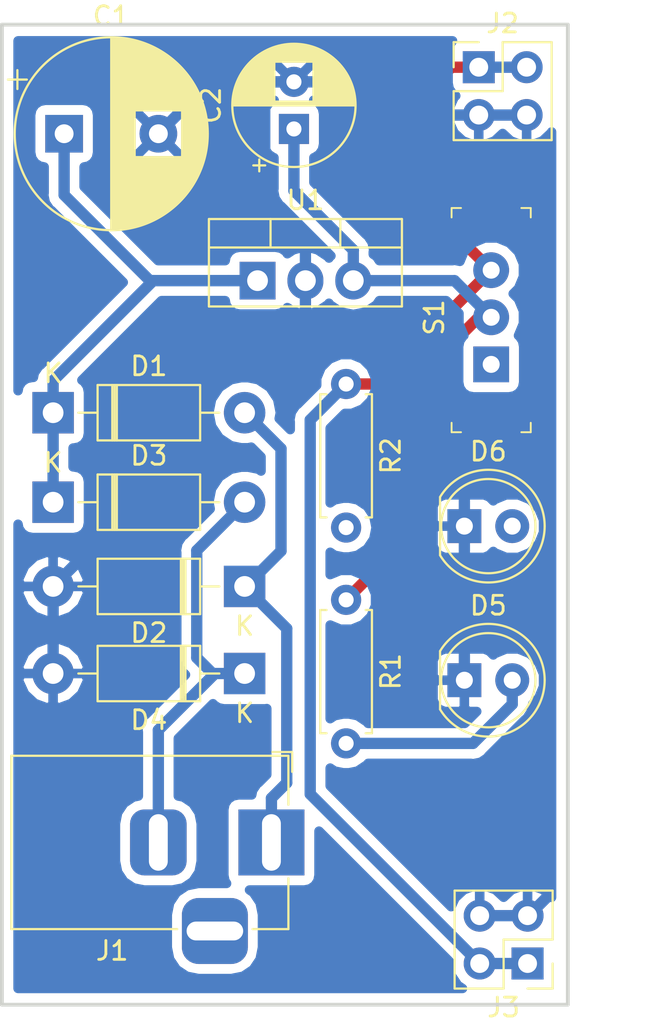
<source format=kicad_pcb>
(kicad_pcb (version 20171130) (host pcbnew 5.0.2-5.fc29)

  (general
    (thickness 1.6)
    (drawings 4)
    (tracks 86)
    (zones 0)
    (modules 15)
    (nets 11)
  )

  (page A4)
  (title_block
    (title "Breadboard Power Supply")
    (date 2019-02-23)
    (rev 1)
    (company "Dennis Damen, Doetinchem")
    (comment 1 "Based on Udemy lecture")
  )

  (layers
    (0 F.Cu signal)
    (31 B.Cu signal)
    (32 B.Adhes user)
    (33 F.Adhes user)
    (34 B.Paste user)
    (35 F.Paste user)
    (36 B.SilkS user)
    (37 F.SilkS user)
    (38 B.Mask user)
    (39 F.Mask user)
    (40 Dwgs.User user)
    (41 Cmts.User user)
    (42 Eco1.User user)
    (43 Eco2.User user)
    (44 Edge.Cuts user)
    (45 Margin user)
    (46 B.CrtYd user)
    (47 F.CrtYd user)
    (48 B.Fab user)
    (49 F.Fab user)
  )

  (setup
    (last_trace_width 0.6)
    (trace_clearance 0.4)
    (zone_clearance 0.508)
    (zone_45_only no)
    (trace_min 0.6)
    (segment_width 0.2)
    (edge_width 0.15)
    (via_size 1)
    (via_drill 0.4)
    (via_min_size 0.8)
    (via_min_drill 0.3)
    (uvia_size 0.3)
    (uvia_drill 0.1)
    (uvias_allowed no)
    (uvia_min_size 0.2)
    (uvia_min_drill 0.1)
    (pcb_text_width 0.3)
    (pcb_text_size 1.5 1.5)
    (mod_edge_width 0.15)
    (mod_text_size 1 1)
    (mod_text_width 0.15)
    (pad_size 1.524 1.524)
    (pad_drill 0.762)
    (pad_to_mask_clearance 0.051)
    (solder_mask_min_width 0.25)
    (aux_axis_origin 0 0)
    (visible_elements FFFFFF7F)
    (pcbplotparams
      (layerselection 0x010fc_ffffffff)
      (usegerberextensions false)
      (usegerberattributes false)
      (usegerberadvancedattributes false)
      (creategerberjobfile false)
      (excludeedgelayer true)
      (linewidth 0.100000)
      (plotframeref false)
      (viasonmask false)
      (mode 1)
      (useauxorigin false)
      (hpglpennumber 1)
      (hpglpenspeed 20)
      (hpglpendiameter 15.000000)
      (psnegative false)
      (psa4output false)
      (plotreference true)
      (plotvalue true)
      (plotinvisibletext false)
      (padsonsilk false)
      (subtractmaskfromsilk false)
      (outputformat 1)
      (mirror false)
      (drillshape 1)
      (scaleselection 1)
      (outputdirectory ""))
  )

  (net 0 "")
  (net 1 /Vin)
  (net 2 /V-)
  (net 3 /Vout1)
  (net 4 "Net-(D1-Pad2)")
  (net 5 "Net-(D3-Pad2)")
  (net 6 "Net-(D5-Pad2)")
  (net 7 "Net-(D6-Pad2)")
  (net 8 "Net-(J1-Pad3)")
  (net 9 /Vout2)
  (net 10 "Net-(S1-Pad1)")

  (net_class Default "This is the default net class."
    (clearance 0.4)
    (trace_width 0.6)
    (via_dia 1)
    (via_drill 0.4)
    (uvia_dia 0.3)
    (uvia_drill 0.1)
    (diff_pair_gap 0.25)
    (diff_pair_width 0.6)
    (add_net /V-)
    (add_net /Vin)
    (add_net /Vout1)
    (add_net /Vout2)
    (add_net "Net-(D1-Pad2)")
    (add_net "Net-(D3-Pad2)")
    (add_net "Net-(D5-Pad2)")
    (add_net "Net-(D6-Pad2)")
    (add_net "Net-(J1-Pad3)")
    (add_net "Net-(S1-Pad1)")
  )

  (module Capacitor_THT:CP_Radial_D10.0mm_P5.00mm (layer F.Cu) (tedit 5AE50EF1) (tstamp 5C70F706)
    (at 98.2472 63.5508)
    (descr "CP, Radial series, Radial, pin pitch=5.00mm, , diameter=10mm, Electrolytic Capacitor")
    (tags "CP Radial series Radial pin pitch 5.00mm  diameter 10mm Electrolytic Capacitor")
    (path /5C6EC457)
    (fp_text reference C1 (at 2.5 -6.25) (layer F.SilkS)
      (effects (font (size 1 1) (thickness 0.15)))
    )
    (fp_text value CP (at 2.5 6.25) (layer F.Fab)
      (effects (font (size 1 1) (thickness 0.15)))
    )
    (fp_circle (center 2.5 0) (end 7.5 0) (layer F.Fab) (width 0.1))
    (fp_circle (center 2.5 0) (end 7.62 0) (layer F.SilkS) (width 0.12))
    (fp_circle (center 2.5 0) (end 7.75 0) (layer F.CrtYd) (width 0.05))
    (fp_line (start -1.788861 -2.1875) (end -0.788861 -2.1875) (layer F.Fab) (width 0.1))
    (fp_line (start -1.288861 -2.6875) (end -1.288861 -1.6875) (layer F.Fab) (width 0.1))
    (fp_line (start 2.5 -5.08) (end 2.5 5.08) (layer F.SilkS) (width 0.12))
    (fp_line (start 2.54 -5.08) (end 2.54 5.08) (layer F.SilkS) (width 0.12))
    (fp_line (start 2.58 -5.08) (end 2.58 5.08) (layer F.SilkS) (width 0.12))
    (fp_line (start 2.62 -5.079) (end 2.62 5.079) (layer F.SilkS) (width 0.12))
    (fp_line (start 2.66 -5.078) (end 2.66 5.078) (layer F.SilkS) (width 0.12))
    (fp_line (start 2.7 -5.077) (end 2.7 5.077) (layer F.SilkS) (width 0.12))
    (fp_line (start 2.74 -5.075) (end 2.74 5.075) (layer F.SilkS) (width 0.12))
    (fp_line (start 2.78 -5.073) (end 2.78 5.073) (layer F.SilkS) (width 0.12))
    (fp_line (start 2.82 -5.07) (end 2.82 5.07) (layer F.SilkS) (width 0.12))
    (fp_line (start 2.86 -5.068) (end 2.86 5.068) (layer F.SilkS) (width 0.12))
    (fp_line (start 2.9 -5.065) (end 2.9 5.065) (layer F.SilkS) (width 0.12))
    (fp_line (start 2.94 -5.062) (end 2.94 5.062) (layer F.SilkS) (width 0.12))
    (fp_line (start 2.98 -5.058) (end 2.98 5.058) (layer F.SilkS) (width 0.12))
    (fp_line (start 3.02 -5.054) (end 3.02 5.054) (layer F.SilkS) (width 0.12))
    (fp_line (start 3.06 -5.05) (end 3.06 5.05) (layer F.SilkS) (width 0.12))
    (fp_line (start 3.1 -5.045) (end 3.1 5.045) (layer F.SilkS) (width 0.12))
    (fp_line (start 3.14 -5.04) (end 3.14 5.04) (layer F.SilkS) (width 0.12))
    (fp_line (start 3.18 -5.035) (end 3.18 5.035) (layer F.SilkS) (width 0.12))
    (fp_line (start 3.221 -5.03) (end 3.221 5.03) (layer F.SilkS) (width 0.12))
    (fp_line (start 3.261 -5.024) (end 3.261 5.024) (layer F.SilkS) (width 0.12))
    (fp_line (start 3.301 -5.018) (end 3.301 5.018) (layer F.SilkS) (width 0.12))
    (fp_line (start 3.341 -5.011) (end 3.341 5.011) (layer F.SilkS) (width 0.12))
    (fp_line (start 3.381 -5.004) (end 3.381 5.004) (layer F.SilkS) (width 0.12))
    (fp_line (start 3.421 -4.997) (end 3.421 4.997) (layer F.SilkS) (width 0.12))
    (fp_line (start 3.461 -4.99) (end 3.461 4.99) (layer F.SilkS) (width 0.12))
    (fp_line (start 3.501 -4.982) (end 3.501 4.982) (layer F.SilkS) (width 0.12))
    (fp_line (start 3.541 -4.974) (end 3.541 4.974) (layer F.SilkS) (width 0.12))
    (fp_line (start 3.581 -4.965) (end 3.581 4.965) (layer F.SilkS) (width 0.12))
    (fp_line (start 3.621 -4.956) (end 3.621 4.956) (layer F.SilkS) (width 0.12))
    (fp_line (start 3.661 -4.947) (end 3.661 4.947) (layer F.SilkS) (width 0.12))
    (fp_line (start 3.701 -4.938) (end 3.701 4.938) (layer F.SilkS) (width 0.12))
    (fp_line (start 3.741 -4.928) (end 3.741 4.928) (layer F.SilkS) (width 0.12))
    (fp_line (start 3.781 -4.918) (end 3.781 -1.241) (layer F.SilkS) (width 0.12))
    (fp_line (start 3.781 1.241) (end 3.781 4.918) (layer F.SilkS) (width 0.12))
    (fp_line (start 3.821 -4.907) (end 3.821 -1.241) (layer F.SilkS) (width 0.12))
    (fp_line (start 3.821 1.241) (end 3.821 4.907) (layer F.SilkS) (width 0.12))
    (fp_line (start 3.861 -4.897) (end 3.861 -1.241) (layer F.SilkS) (width 0.12))
    (fp_line (start 3.861 1.241) (end 3.861 4.897) (layer F.SilkS) (width 0.12))
    (fp_line (start 3.901 -4.885) (end 3.901 -1.241) (layer F.SilkS) (width 0.12))
    (fp_line (start 3.901 1.241) (end 3.901 4.885) (layer F.SilkS) (width 0.12))
    (fp_line (start 3.941 -4.874) (end 3.941 -1.241) (layer F.SilkS) (width 0.12))
    (fp_line (start 3.941 1.241) (end 3.941 4.874) (layer F.SilkS) (width 0.12))
    (fp_line (start 3.981 -4.862) (end 3.981 -1.241) (layer F.SilkS) (width 0.12))
    (fp_line (start 3.981 1.241) (end 3.981 4.862) (layer F.SilkS) (width 0.12))
    (fp_line (start 4.021 -4.85) (end 4.021 -1.241) (layer F.SilkS) (width 0.12))
    (fp_line (start 4.021 1.241) (end 4.021 4.85) (layer F.SilkS) (width 0.12))
    (fp_line (start 4.061 -4.837) (end 4.061 -1.241) (layer F.SilkS) (width 0.12))
    (fp_line (start 4.061 1.241) (end 4.061 4.837) (layer F.SilkS) (width 0.12))
    (fp_line (start 4.101 -4.824) (end 4.101 -1.241) (layer F.SilkS) (width 0.12))
    (fp_line (start 4.101 1.241) (end 4.101 4.824) (layer F.SilkS) (width 0.12))
    (fp_line (start 4.141 -4.811) (end 4.141 -1.241) (layer F.SilkS) (width 0.12))
    (fp_line (start 4.141 1.241) (end 4.141 4.811) (layer F.SilkS) (width 0.12))
    (fp_line (start 4.181 -4.797) (end 4.181 -1.241) (layer F.SilkS) (width 0.12))
    (fp_line (start 4.181 1.241) (end 4.181 4.797) (layer F.SilkS) (width 0.12))
    (fp_line (start 4.221 -4.783) (end 4.221 -1.241) (layer F.SilkS) (width 0.12))
    (fp_line (start 4.221 1.241) (end 4.221 4.783) (layer F.SilkS) (width 0.12))
    (fp_line (start 4.261 -4.768) (end 4.261 -1.241) (layer F.SilkS) (width 0.12))
    (fp_line (start 4.261 1.241) (end 4.261 4.768) (layer F.SilkS) (width 0.12))
    (fp_line (start 4.301 -4.754) (end 4.301 -1.241) (layer F.SilkS) (width 0.12))
    (fp_line (start 4.301 1.241) (end 4.301 4.754) (layer F.SilkS) (width 0.12))
    (fp_line (start 4.341 -4.738) (end 4.341 -1.241) (layer F.SilkS) (width 0.12))
    (fp_line (start 4.341 1.241) (end 4.341 4.738) (layer F.SilkS) (width 0.12))
    (fp_line (start 4.381 -4.723) (end 4.381 -1.241) (layer F.SilkS) (width 0.12))
    (fp_line (start 4.381 1.241) (end 4.381 4.723) (layer F.SilkS) (width 0.12))
    (fp_line (start 4.421 -4.707) (end 4.421 -1.241) (layer F.SilkS) (width 0.12))
    (fp_line (start 4.421 1.241) (end 4.421 4.707) (layer F.SilkS) (width 0.12))
    (fp_line (start 4.461 -4.69) (end 4.461 -1.241) (layer F.SilkS) (width 0.12))
    (fp_line (start 4.461 1.241) (end 4.461 4.69) (layer F.SilkS) (width 0.12))
    (fp_line (start 4.501 -4.674) (end 4.501 -1.241) (layer F.SilkS) (width 0.12))
    (fp_line (start 4.501 1.241) (end 4.501 4.674) (layer F.SilkS) (width 0.12))
    (fp_line (start 4.541 -4.657) (end 4.541 -1.241) (layer F.SilkS) (width 0.12))
    (fp_line (start 4.541 1.241) (end 4.541 4.657) (layer F.SilkS) (width 0.12))
    (fp_line (start 4.581 -4.639) (end 4.581 -1.241) (layer F.SilkS) (width 0.12))
    (fp_line (start 4.581 1.241) (end 4.581 4.639) (layer F.SilkS) (width 0.12))
    (fp_line (start 4.621 -4.621) (end 4.621 -1.241) (layer F.SilkS) (width 0.12))
    (fp_line (start 4.621 1.241) (end 4.621 4.621) (layer F.SilkS) (width 0.12))
    (fp_line (start 4.661 -4.603) (end 4.661 -1.241) (layer F.SilkS) (width 0.12))
    (fp_line (start 4.661 1.241) (end 4.661 4.603) (layer F.SilkS) (width 0.12))
    (fp_line (start 4.701 -4.584) (end 4.701 -1.241) (layer F.SilkS) (width 0.12))
    (fp_line (start 4.701 1.241) (end 4.701 4.584) (layer F.SilkS) (width 0.12))
    (fp_line (start 4.741 -4.564) (end 4.741 -1.241) (layer F.SilkS) (width 0.12))
    (fp_line (start 4.741 1.241) (end 4.741 4.564) (layer F.SilkS) (width 0.12))
    (fp_line (start 4.781 -4.545) (end 4.781 -1.241) (layer F.SilkS) (width 0.12))
    (fp_line (start 4.781 1.241) (end 4.781 4.545) (layer F.SilkS) (width 0.12))
    (fp_line (start 4.821 -4.525) (end 4.821 -1.241) (layer F.SilkS) (width 0.12))
    (fp_line (start 4.821 1.241) (end 4.821 4.525) (layer F.SilkS) (width 0.12))
    (fp_line (start 4.861 -4.504) (end 4.861 -1.241) (layer F.SilkS) (width 0.12))
    (fp_line (start 4.861 1.241) (end 4.861 4.504) (layer F.SilkS) (width 0.12))
    (fp_line (start 4.901 -4.483) (end 4.901 -1.241) (layer F.SilkS) (width 0.12))
    (fp_line (start 4.901 1.241) (end 4.901 4.483) (layer F.SilkS) (width 0.12))
    (fp_line (start 4.941 -4.462) (end 4.941 -1.241) (layer F.SilkS) (width 0.12))
    (fp_line (start 4.941 1.241) (end 4.941 4.462) (layer F.SilkS) (width 0.12))
    (fp_line (start 4.981 -4.44) (end 4.981 -1.241) (layer F.SilkS) (width 0.12))
    (fp_line (start 4.981 1.241) (end 4.981 4.44) (layer F.SilkS) (width 0.12))
    (fp_line (start 5.021 -4.417) (end 5.021 -1.241) (layer F.SilkS) (width 0.12))
    (fp_line (start 5.021 1.241) (end 5.021 4.417) (layer F.SilkS) (width 0.12))
    (fp_line (start 5.061 -4.395) (end 5.061 -1.241) (layer F.SilkS) (width 0.12))
    (fp_line (start 5.061 1.241) (end 5.061 4.395) (layer F.SilkS) (width 0.12))
    (fp_line (start 5.101 -4.371) (end 5.101 -1.241) (layer F.SilkS) (width 0.12))
    (fp_line (start 5.101 1.241) (end 5.101 4.371) (layer F.SilkS) (width 0.12))
    (fp_line (start 5.141 -4.347) (end 5.141 -1.241) (layer F.SilkS) (width 0.12))
    (fp_line (start 5.141 1.241) (end 5.141 4.347) (layer F.SilkS) (width 0.12))
    (fp_line (start 5.181 -4.323) (end 5.181 -1.241) (layer F.SilkS) (width 0.12))
    (fp_line (start 5.181 1.241) (end 5.181 4.323) (layer F.SilkS) (width 0.12))
    (fp_line (start 5.221 -4.298) (end 5.221 -1.241) (layer F.SilkS) (width 0.12))
    (fp_line (start 5.221 1.241) (end 5.221 4.298) (layer F.SilkS) (width 0.12))
    (fp_line (start 5.261 -4.273) (end 5.261 -1.241) (layer F.SilkS) (width 0.12))
    (fp_line (start 5.261 1.241) (end 5.261 4.273) (layer F.SilkS) (width 0.12))
    (fp_line (start 5.301 -4.247) (end 5.301 -1.241) (layer F.SilkS) (width 0.12))
    (fp_line (start 5.301 1.241) (end 5.301 4.247) (layer F.SilkS) (width 0.12))
    (fp_line (start 5.341 -4.221) (end 5.341 -1.241) (layer F.SilkS) (width 0.12))
    (fp_line (start 5.341 1.241) (end 5.341 4.221) (layer F.SilkS) (width 0.12))
    (fp_line (start 5.381 -4.194) (end 5.381 -1.241) (layer F.SilkS) (width 0.12))
    (fp_line (start 5.381 1.241) (end 5.381 4.194) (layer F.SilkS) (width 0.12))
    (fp_line (start 5.421 -4.166) (end 5.421 -1.241) (layer F.SilkS) (width 0.12))
    (fp_line (start 5.421 1.241) (end 5.421 4.166) (layer F.SilkS) (width 0.12))
    (fp_line (start 5.461 -4.138) (end 5.461 -1.241) (layer F.SilkS) (width 0.12))
    (fp_line (start 5.461 1.241) (end 5.461 4.138) (layer F.SilkS) (width 0.12))
    (fp_line (start 5.501 -4.11) (end 5.501 -1.241) (layer F.SilkS) (width 0.12))
    (fp_line (start 5.501 1.241) (end 5.501 4.11) (layer F.SilkS) (width 0.12))
    (fp_line (start 5.541 -4.08) (end 5.541 -1.241) (layer F.SilkS) (width 0.12))
    (fp_line (start 5.541 1.241) (end 5.541 4.08) (layer F.SilkS) (width 0.12))
    (fp_line (start 5.581 -4.05) (end 5.581 -1.241) (layer F.SilkS) (width 0.12))
    (fp_line (start 5.581 1.241) (end 5.581 4.05) (layer F.SilkS) (width 0.12))
    (fp_line (start 5.621 -4.02) (end 5.621 -1.241) (layer F.SilkS) (width 0.12))
    (fp_line (start 5.621 1.241) (end 5.621 4.02) (layer F.SilkS) (width 0.12))
    (fp_line (start 5.661 -3.989) (end 5.661 -1.241) (layer F.SilkS) (width 0.12))
    (fp_line (start 5.661 1.241) (end 5.661 3.989) (layer F.SilkS) (width 0.12))
    (fp_line (start 5.701 -3.957) (end 5.701 -1.241) (layer F.SilkS) (width 0.12))
    (fp_line (start 5.701 1.241) (end 5.701 3.957) (layer F.SilkS) (width 0.12))
    (fp_line (start 5.741 -3.925) (end 5.741 -1.241) (layer F.SilkS) (width 0.12))
    (fp_line (start 5.741 1.241) (end 5.741 3.925) (layer F.SilkS) (width 0.12))
    (fp_line (start 5.781 -3.892) (end 5.781 -1.241) (layer F.SilkS) (width 0.12))
    (fp_line (start 5.781 1.241) (end 5.781 3.892) (layer F.SilkS) (width 0.12))
    (fp_line (start 5.821 -3.858) (end 5.821 -1.241) (layer F.SilkS) (width 0.12))
    (fp_line (start 5.821 1.241) (end 5.821 3.858) (layer F.SilkS) (width 0.12))
    (fp_line (start 5.861 -3.824) (end 5.861 -1.241) (layer F.SilkS) (width 0.12))
    (fp_line (start 5.861 1.241) (end 5.861 3.824) (layer F.SilkS) (width 0.12))
    (fp_line (start 5.901 -3.789) (end 5.901 -1.241) (layer F.SilkS) (width 0.12))
    (fp_line (start 5.901 1.241) (end 5.901 3.789) (layer F.SilkS) (width 0.12))
    (fp_line (start 5.941 -3.753) (end 5.941 -1.241) (layer F.SilkS) (width 0.12))
    (fp_line (start 5.941 1.241) (end 5.941 3.753) (layer F.SilkS) (width 0.12))
    (fp_line (start 5.981 -3.716) (end 5.981 -1.241) (layer F.SilkS) (width 0.12))
    (fp_line (start 5.981 1.241) (end 5.981 3.716) (layer F.SilkS) (width 0.12))
    (fp_line (start 6.021 -3.679) (end 6.021 -1.241) (layer F.SilkS) (width 0.12))
    (fp_line (start 6.021 1.241) (end 6.021 3.679) (layer F.SilkS) (width 0.12))
    (fp_line (start 6.061 -3.64) (end 6.061 -1.241) (layer F.SilkS) (width 0.12))
    (fp_line (start 6.061 1.241) (end 6.061 3.64) (layer F.SilkS) (width 0.12))
    (fp_line (start 6.101 -3.601) (end 6.101 -1.241) (layer F.SilkS) (width 0.12))
    (fp_line (start 6.101 1.241) (end 6.101 3.601) (layer F.SilkS) (width 0.12))
    (fp_line (start 6.141 -3.561) (end 6.141 -1.241) (layer F.SilkS) (width 0.12))
    (fp_line (start 6.141 1.241) (end 6.141 3.561) (layer F.SilkS) (width 0.12))
    (fp_line (start 6.181 -3.52) (end 6.181 -1.241) (layer F.SilkS) (width 0.12))
    (fp_line (start 6.181 1.241) (end 6.181 3.52) (layer F.SilkS) (width 0.12))
    (fp_line (start 6.221 -3.478) (end 6.221 -1.241) (layer F.SilkS) (width 0.12))
    (fp_line (start 6.221 1.241) (end 6.221 3.478) (layer F.SilkS) (width 0.12))
    (fp_line (start 6.261 -3.436) (end 6.261 3.436) (layer F.SilkS) (width 0.12))
    (fp_line (start 6.301 -3.392) (end 6.301 3.392) (layer F.SilkS) (width 0.12))
    (fp_line (start 6.341 -3.347) (end 6.341 3.347) (layer F.SilkS) (width 0.12))
    (fp_line (start 6.381 -3.301) (end 6.381 3.301) (layer F.SilkS) (width 0.12))
    (fp_line (start 6.421 -3.254) (end 6.421 3.254) (layer F.SilkS) (width 0.12))
    (fp_line (start 6.461 -3.206) (end 6.461 3.206) (layer F.SilkS) (width 0.12))
    (fp_line (start 6.501 -3.156) (end 6.501 3.156) (layer F.SilkS) (width 0.12))
    (fp_line (start 6.541 -3.106) (end 6.541 3.106) (layer F.SilkS) (width 0.12))
    (fp_line (start 6.581 -3.054) (end 6.581 3.054) (layer F.SilkS) (width 0.12))
    (fp_line (start 6.621 -3) (end 6.621 3) (layer F.SilkS) (width 0.12))
    (fp_line (start 6.661 -2.945) (end 6.661 2.945) (layer F.SilkS) (width 0.12))
    (fp_line (start 6.701 -2.889) (end 6.701 2.889) (layer F.SilkS) (width 0.12))
    (fp_line (start 6.741 -2.83) (end 6.741 2.83) (layer F.SilkS) (width 0.12))
    (fp_line (start 6.781 -2.77) (end 6.781 2.77) (layer F.SilkS) (width 0.12))
    (fp_line (start 6.821 -2.709) (end 6.821 2.709) (layer F.SilkS) (width 0.12))
    (fp_line (start 6.861 -2.645) (end 6.861 2.645) (layer F.SilkS) (width 0.12))
    (fp_line (start 6.901 -2.579) (end 6.901 2.579) (layer F.SilkS) (width 0.12))
    (fp_line (start 6.941 -2.51) (end 6.941 2.51) (layer F.SilkS) (width 0.12))
    (fp_line (start 6.981 -2.439) (end 6.981 2.439) (layer F.SilkS) (width 0.12))
    (fp_line (start 7.021 -2.365) (end 7.021 2.365) (layer F.SilkS) (width 0.12))
    (fp_line (start 7.061 -2.289) (end 7.061 2.289) (layer F.SilkS) (width 0.12))
    (fp_line (start 7.101 -2.209) (end 7.101 2.209) (layer F.SilkS) (width 0.12))
    (fp_line (start 7.141 -2.125) (end 7.141 2.125) (layer F.SilkS) (width 0.12))
    (fp_line (start 7.181 -2.037) (end 7.181 2.037) (layer F.SilkS) (width 0.12))
    (fp_line (start 7.221 -1.944) (end 7.221 1.944) (layer F.SilkS) (width 0.12))
    (fp_line (start 7.261 -1.846) (end 7.261 1.846) (layer F.SilkS) (width 0.12))
    (fp_line (start 7.301 -1.742) (end 7.301 1.742) (layer F.SilkS) (width 0.12))
    (fp_line (start 7.341 -1.63) (end 7.341 1.63) (layer F.SilkS) (width 0.12))
    (fp_line (start 7.381 -1.51) (end 7.381 1.51) (layer F.SilkS) (width 0.12))
    (fp_line (start 7.421 -1.378) (end 7.421 1.378) (layer F.SilkS) (width 0.12))
    (fp_line (start 7.461 -1.23) (end 7.461 1.23) (layer F.SilkS) (width 0.12))
    (fp_line (start 7.501 -1.062) (end 7.501 1.062) (layer F.SilkS) (width 0.12))
    (fp_line (start 7.541 -0.862) (end 7.541 0.862) (layer F.SilkS) (width 0.12))
    (fp_line (start 7.581 -0.599) (end 7.581 0.599) (layer F.SilkS) (width 0.12))
    (fp_line (start -2.979646 -2.875) (end -1.979646 -2.875) (layer F.SilkS) (width 0.12))
    (fp_line (start -2.479646 -3.375) (end -2.479646 -2.375) (layer F.SilkS) (width 0.12))
    (fp_text user %R (at 2.5 0) (layer F.Fab)
      (effects (font (size 1 1) (thickness 0.15)))
    )
    (pad 1 thru_hole rect (at 0 0) (size 2 2) (drill 1) (layers *.Cu *.Mask)
      (net 1 /Vin))
    (pad 2 thru_hole circle (at 5 0) (size 2 2) (drill 1) (layers *.Cu *.Mask)
      (net 2 /V-))
    (model ${KISYS3DMOD}/Capacitor_THT.3dshapes/CP_Radial_D10.0mm_P5.00mm.wrl
      (at (xyz 0 0 0))
      (scale (xyz 1 1 1))
      (rotate (xyz 0 0 0))
    )
  )

  (module Capacitor_THT:CP_Radial_D6.3mm_P2.50mm (layer F.Cu) (tedit 5AE50EF0) (tstamp 5C70F79A)
    (at 110.4392 63.2968 90)
    (descr "CP, Radial series, Radial, pin pitch=2.50mm, , diameter=6.3mm, Electrolytic Capacitor")
    (tags "CP Radial series Radial pin pitch 2.50mm  diameter 6.3mm Electrolytic Capacitor")
    (path /5C6EC4EB)
    (fp_text reference C2 (at 1.25 -4.4 90) (layer F.SilkS)
      (effects (font (size 1 1) (thickness 0.15)))
    )
    (fp_text value CP (at 1.25 4.4 90) (layer F.Fab)
      (effects (font (size 1 1) (thickness 0.15)))
    )
    (fp_circle (center 1.25 0) (end 4.4 0) (layer F.Fab) (width 0.1))
    (fp_circle (center 1.25 0) (end 4.52 0) (layer F.SilkS) (width 0.12))
    (fp_circle (center 1.25 0) (end 4.65 0) (layer F.CrtYd) (width 0.05))
    (fp_line (start -1.443972 -1.3735) (end -0.813972 -1.3735) (layer F.Fab) (width 0.1))
    (fp_line (start -1.128972 -1.6885) (end -1.128972 -1.0585) (layer F.Fab) (width 0.1))
    (fp_line (start 1.25 -3.23) (end 1.25 3.23) (layer F.SilkS) (width 0.12))
    (fp_line (start 1.29 -3.23) (end 1.29 3.23) (layer F.SilkS) (width 0.12))
    (fp_line (start 1.33 -3.23) (end 1.33 3.23) (layer F.SilkS) (width 0.12))
    (fp_line (start 1.37 -3.228) (end 1.37 3.228) (layer F.SilkS) (width 0.12))
    (fp_line (start 1.41 -3.227) (end 1.41 3.227) (layer F.SilkS) (width 0.12))
    (fp_line (start 1.45 -3.224) (end 1.45 3.224) (layer F.SilkS) (width 0.12))
    (fp_line (start 1.49 -3.222) (end 1.49 -1.04) (layer F.SilkS) (width 0.12))
    (fp_line (start 1.49 1.04) (end 1.49 3.222) (layer F.SilkS) (width 0.12))
    (fp_line (start 1.53 -3.218) (end 1.53 -1.04) (layer F.SilkS) (width 0.12))
    (fp_line (start 1.53 1.04) (end 1.53 3.218) (layer F.SilkS) (width 0.12))
    (fp_line (start 1.57 -3.215) (end 1.57 -1.04) (layer F.SilkS) (width 0.12))
    (fp_line (start 1.57 1.04) (end 1.57 3.215) (layer F.SilkS) (width 0.12))
    (fp_line (start 1.61 -3.211) (end 1.61 -1.04) (layer F.SilkS) (width 0.12))
    (fp_line (start 1.61 1.04) (end 1.61 3.211) (layer F.SilkS) (width 0.12))
    (fp_line (start 1.65 -3.206) (end 1.65 -1.04) (layer F.SilkS) (width 0.12))
    (fp_line (start 1.65 1.04) (end 1.65 3.206) (layer F.SilkS) (width 0.12))
    (fp_line (start 1.69 -3.201) (end 1.69 -1.04) (layer F.SilkS) (width 0.12))
    (fp_line (start 1.69 1.04) (end 1.69 3.201) (layer F.SilkS) (width 0.12))
    (fp_line (start 1.73 -3.195) (end 1.73 -1.04) (layer F.SilkS) (width 0.12))
    (fp_line (start 1.73 1.04) (end 1.73 3.195) (layer F.SilkS) (width 0.12))
    (fp_line (start 1.77 -3.189) (end 1.77 -1.04) (layer F.SilkS) (width 0.12))
    (fp_line (start 1.77 1.04) (end 1.77 3.189) (layer F.SilkS) (width 0.12))
    (fp_line (start 1.81 -3.182) (end 1.81 -1.04) (layer F.SilkS) (width 0.12))
    (fp_line (start 1.81 1.04) (end 1.81 3.182) (layer F.SilkS) (width 0.12))
    (fp_line (start 1.85 -3.175) (end 1.85 -1.04) (layer F.SilkS) (width 0.12))
    (fp_line (start 1.85 1.04) (end 1.85 3.175) (layer F.SilkS) (width 0.12))
    (fp_line (start 1.89 -3.167) (end 1.89 -1.04) (layer F.SilkS) (width 0.12))
    (fp_line (start 1.89 1.04) (end 1.89 3.167) (layer F.SilkS) (width 0.12))
    (fp_line (start 1.93 -3.159) (end 1.93 -1.04) (layer F.SilkS) (width 0.12))
    (fp_line (start 1.93 1.04) (end 1.93 3.159) (layer F.SilkS) (width 0.12))
    (fp_line (start 1.971 -3.15) (end 1.971 -1.04) (layer F.SilkS) (width 0.12))
    (fp_line (start 1.971 1.04) (end 1.971 3.15) (layer F.SilkS) (width 0.12))
    (fp_line (start 2.011 -3.141) (end 2.011 -1.04) (layer F.SilkS) (width 0.12))
    (fp_line (start 2.011 1.04) (end 2.011 3.141) (layer F.SilkS) (width 0.12))
    (fp_line (start 2.051 -3.131) (end 2.051 -1.04) (layer F.SilkS) (width 0.12))
    (fp_line (start 2.051 1.04) (end 2.051 3.131) (layer F.SilkS) (width 0.12))
    (fp_line (start 2.091 -3.121) (end 2.091 -1.04) (layer F.SilkS) (width 0.12))
    (fp_line (start 2.091 1.04) (end 2.091 3.121) (layer F.SilkS) (width 0.12))
    (fp_line (start 2.131 -3.11) (end 2.131 -1.04) (layer F.SilkS) (width 0.12))
    (fp_line (start 2.131 1.04) (end 2.131 3.11) (layer F.SilkS) (width 0.12))
    (fp_line (start 2.171 -3.098) (end 2.171 -1.04) (layer F.SilkS) (width 0.12))
    (fp_line (start 2.171 1.04) (end 2.171 3.098) (layer F.SilkS) (width 0.12))
    (fp_line (start 2.211 -3.086) (end 2.211 -1.04) (layer F.SilkS) (width 0.12))
    (fp_line (start 2.211 1.04) (end 2.211 3.086) (layer F.SilkS) (width 0.12))
    (fp_line (start 2.251 -3.074) (end 2.251 -1.04) (layer F.SilkS) (width 0.12))
    (fp_line (start 2.251 1.04) (end 2.251 3.074) (layer F.SilkS) (width 0.12))
    (fp_line (start 2.291 -3.061) (end 2.291 -1.04) (layer F.SilkS) (width 0.12))
    (fp_line (start 2.291 1.04) (end 2.291 3.061) (layer F.SilkS) (width 0.12))
    (fp_line (start 2.331 -3.047) (end 2.331 -1.04) (layer F.SilkS) (width 0.12))
    (fp_line (start 2.331 1.04) (end 2.331 3.047) (layer F.SilkS) (width 0.12))
    (fp_line (start 2.371 -3.033) (end 2.371 -1.04) (layer F.SilkS) (width 0.12))
    (fp_line (start 2.371 1.04) (end 2.371 3.033) (layer F.SilkS) (width 0.12))
    (fp_line (start 2.411 -3.018) (end 2.411 -1.04) (layer F.SilkS) (width 0.12))
    (fp_line (start 2.411 1.04) (end 2.411 3.018) (layer F.SilkS) (width 0.12))
    (fp_line (start 2.451 -3.002) (end 2.451 -1.04) (layer F.SilkS) (width 0.12))
    (fp_line (start 2.451 1.04) (end 2.451 3.002) (layer F.SilkS) (width 0.12))
    (fp_line (start 2.491 -2.986) (end 2.491 -1.04) (layer F.SilkS) (width 0.12))
    (fp_line (start 2.491 1.04) (end 2.491 2.986) (layer F.SilkS) (width 0.12))
    (fp_line (start 2.531 -2.97) (end 2.531 -1.04) (layer F.SilkS) (width 0.12))
    (fp_line (start 2.531 1.04) (end 2.531 2.97) (layer F.SilkS) (width 0.12))
    (fp_line (start 2.571 -2.952) (end 2.571 -1.04) (layer F.SilkS) (width 0.12))
    (fp_line (start 2.571 1.04) (end 2.571 2.952) (layer F.SilkS) (width 0.12))
    (fp_line (start 2.611 -2.934) (end 2.611 -1.04) (layer F.SilkS) (width 0.12))
    (fp_line (start 2.611 1.04) (end 2.611 2.934) (layer F.SilkS) (width 0.12))
    (fp_line (start 2.651 -2.916) (end 2.651 -1.04) (layer F.SilkS) (width 0.12))
    (fp_line (start 2.651 1.04) (end 2.651 2.916) (layer F.SilkS) (width 0.12))
    (fp_line (start 2.691 -2.896) (end 2.691 -1.04) (layer F.SilkS) (width 0.12))
    (fp_line (start 2.691 1.04) (end 2.691 2.896) (layer F.SilkS) (width 0.12))
    (fp_line (start 2.731 -2.876) (end 2.731 -1.04) (layer F.SilkS) (width 0.12))
    (fp_line (start 2.731 1.04) (end 2.731 2.876) (layer F.SilkS) (width 0.12))
    (fp_line (start 2.771 -2.856) (end 2.771 -1.04) (layer F.SilkS) (width 0.12))
    (fp_line (start 2.771 1.04) (end 2.771 2.856) (layer F.SilkS) (width 0.12))
    (fp_line (start 2.811 -2.834) (end 2.811 -1.04) (layer F.SilkS) (width 0.12))
    (fp_line (start 2.811 1.04) (end 2.811 2.834) (layer F.SilkS) (width 0.12))
    (fp_line (start 2.851 -2.812) (end 2.851 -1.04) (layer F.SilkS) (width 0.12))
    (fp_line (start 2.851 1.04) (end 2.851 2.812) (layer F.SilkS) (width 0.12))
    (fp_line (start 2.891 -2.79) (end 2.891 -1.04) (layer F.SilkS) (width 0.12))
    (fp_line (start 2.891 1.04) (end 2.891 2.79) (layer F.SilkS) (width 0.12))
    (fp_line (start 2.931 -2.766) (end 2.931 -1.04) (layer F.SilkS) (width 0.12))
    (fp_line (start 2.931 1.04) (end 2.931 2.766) (layer F.SilkS) (width 0.12))
    (fp_line (start 2.971 -2.742) (end 2.971 -1.04) (layer F.SilkS) (width 0.12))
    (fp_line (start 2.971 1.04) (end 2.971 2.742) (layer F.SilkS) (width 0.12))
    (fp_line (start 3.011 -2.716) (end 3.011 -1.04) (layer F.SilkS) (width 0.12))
    (fp_line (start 3.011 1.04) (end 3.011 2.716) (layer F.SilkS) (width 0.12))
    (fp_line (start 3.051 -2.69) (end 3.051 -1.04) (layer F.SilkS) (width 0.12))
    (fp_line (start 3.051 1.04) (end 3.051 2.69) (layer F.SilkS) (width 0.12))
    (fp_line (start 3.091 -2.664) (end 3.091 -1.04) (layer F.SilkS) (width 0.12))
    (fp_line (start 3.091 1.04) (end 3.091 2.664) (layer F.SilkS) (width 0.12))
    (fp_line (start 3.131 -2.636) (end 3.131 -1.04) (layer F.SilkS) (width 0.12))
    (fp_line (start 3.131 1.04) (end 3.131 2.636) (layer F.SilkS) (width 0.12))
    (fp_line (start 3.171 -2.607) (end 3.171 -1.04) (layer F.SilkS) (width 0.12))
    (fp_line (start 3.171 1.04) (end 3.171 2.607) (layer F.SilkS) (width 0.12))
    (fp_line (start 3.211 -2.578) (end 3.211 -1.04) (layer F.SilkS) (width 0.12))
    (fp_line (start 3.211 1.04) (end 3.211 2.578) (layer F.SilkS) (width 0.12))
    (fp_line (start 3.251 -2.548) (end 3.251 -1.04) (layer F.SilkS) (width 0.12))
    (fp_line (start 3.251 1.04) (end 3.251 2.548) (layer F.SilkS) (width 0.12))
    (fp_line (start 3.291 -2.516) (end 3.291 -1.04) (layer F.SilkS) (width 0.12))
    (fp_line (start 3.291 1.04) (end 3.291 2.516) (layer F.SilkS) (width 0.12))
    (fp_line (start 3.331 -2.484) (end 3.331 -1.04) (layer F.SilkS) (width 0.12))
    (fp_line (start 3.331 1.04) (end 3.331 2.484) (layer F.SilkS) (width 0.12))
    (fp_line (start 3.371 -2.45) (end 3.371 -1.04) (layer F.SilkS) (width 0.12))
    (fp_line (start 3.371 1.04) (end 3.371 2.45) (layer F.SilkS) (width 0.12))
    (fp_line (start 3.411 -2.416) (end 3.411 -1.04) (layer F.SilkS) (width 0.12))
    (fp_line (start 3.411 1.04) (end 3.411 2.416) (layer F.SilkS) (width 0.12))
    (fp_line (start 3.451 -2.38) (end 3.451 -1.04) (layer F.SilkS) (width 0.12))
    (fp_line (start 3.451 1.04) (end 3.451 2.38) (layer F.SilkS) (width 0.12))
    (fp_line (start 3.491 -2.343) (end 3.491 -1.04) (layer F.SilkS) (width 0.12))
    (fp_line (start 3.491 1.04) (end 3.491 2.343) (layer F.SilkS) (width 0.12))
    (fp_line (start 3.531 -2.305) (end 3.531 -1.04) (layer F.SilkS) (width 0.12))
    (fp_line (start 3.531 1.04) (end 3.531 2.305) (layer F.SilkS) (width 0.12))
    (fp_line (start 3.571 -2.265) (end 3.571 2.265) (layer F.SilkS) (width 0.12))
    (fp_line (start 3.611 -2.224) (end 3.611 2.224) (layer F.SilkS) (width 0.12))
    (fp_line (start 3.651 -2.182) (end 3.651 2.182) (layer F.SilkS) (width 0.12))
    (fp_line (start 3.691 -2.137) (end 3.691 2.137) (layer F.SilkS) (width 0.12))
    (fp_line (start 3.731 -2.092) (end 3.731 2.092) (layer F.SilkS) (width 0.12))
    (fp_line (start 3.771 -2.044) (end 3.771 2.044) (layer F.SilkS) (width 0.12))
    (fp_line (start 3.811 -1.995) (end 3.811 1.995) (layer F.SilkS) (width 0.12))
    (fp_line (start 3.851 -1.944) (end 3.851 1.944) (layer F.SilkS) (width 0.12))
    (fp_line (start 3.891 -1.89) (end 3.891 1.89) (layer F.SilkS) (width 0.12))
    (fp_line (start 3.931 -1.834) (end 3.931 1.834) (layer F.SilkS) (width 0.12))
    (fp_line (start 3.971 -1.776) (end 3.971 1.776) (layer F.SilkS) (width 0.12))
    (fp_line (start 4.011 -1.714) (end 4.011 1.714) (layer F.SilkS) (width 0.12))
    (fp_line (start 4.051 -1.65) (end 4.051 1.65) (layer F.SilkS) (width 0.12))
    (fp_line (start 4.091 -1.581) (end 4.091 1.581) (layer F.SilkS) (width 0.12))
    (fp_line (start 4.131 -1.509) (end 4.131 1.509) (layer F.SilkS) (width 0.12))
    (fp_line (start 4.171 -1.432) (end 4.171 1.432) (layer F.SilkS) (width 0.12))
    (fp_line (start 4.211 -1.35) (end 4.211 1.35) (layer F.SilkS) (width 0.12))
    (fp_line (start 4.251 -1.262) (end 4.251 1.262) (layer F.SilkS) (width 0.12))
    (fp_line (start 4.291 -1.165) (end 4.291 1.165) (layer F.SilkS) (width 0.12))
    (fp_line (start 4.331 -1.059) (end 4.331 1.059) (layer F.SilkS) (width 0.12))
    (fp_line (start 4.371 -0.94) (end 4.371 0.94) (layer F.SilkS) (width 0.12))
    (fp_line (start 4.411 -0.802) (end 4.411 0.802) (layer F.SilkS) (width 0.12))
    (fp_line (start 4.451 -0.633) (end 4.451 0.633) (layer F.SilkS) (width 0.12))
    (fp_line (start 4.491 -0.402) (end 4.491 0.402) (layer F.SilkS) (width 0.12))
    (fp_line (start -2.250241 -1.839) (end -1.620241 -1.839) (layer F.SilkS) (width 0.12))
    (fp_line (start -1.935241 -2.154) (end -1.935241 -1.524) (layer F.SilkS) (width 0.12))
    (fp_text user %R (at 1.25 0 90) (layer F.Fab)
      (effects (font (size 1 1) (thickness 0.15)))
    )
    (pad 1 thru_hole rect (at 0 0 90) (size 1.6 1.6) (drill 0.8) (layers *.Cu *.Mask)
      (net 3 /Vout1))
    (pad 2 thru_hole circle (at 2.5 0 90) (size 1.6 1.6) (drill 0.8) (layers *.Cu *.Mask)
      (net 2 /V-))
    (model ${KISYS3DMOD}/Capacitor_THT.3dshapes/CP_Radial_D6.3mm_P2.50mm.wrl
      (at (xyz 0 0 0))
      (scale (xyz 1 1 1))
      (rotate (xyz 0 0 0))
    )
  )

  (module Diode_THT:D_DO-41_SOD81_P10.16mm_Horizontal (layer F.Cu) (tedit 5AE50CD5) (tstamp 5C70F7B9)
    (at 97.663 78.359)
    (descr "Diode, DO-41_SOD81 series, Axial, Horizontal, pin pitch=10.16mm, , length*diameter=5.2*2.7mm^2, , http://www.diodes.com/_files/packages/DO-41%20(Plastic).pdf")
    (tags "Diode DO-41_SOD81 series Axial Horizontal pin pitch 10.16mm  length 5.2mm diameter 2.7mm")
    (path /5C6EC3D0)
    (fp_text reference D1 (at 5.08 -2.47) (layer F.SilkS)
      (effects (font (size 1 1) (thickness 0.15)))
    )
    (fp_text value 1N4007 (at 5.08 2.47) (layer F.Fab)
      (effects (font (size 1 1) (thickness 0.15)))
    )
    (fp_text user K (at 0 -2.1) (layer F.SilkS)
      (effects (font (size 1 1) (thickness 0.15)))
    )
    (fp_text user K (at 0 -2.1) (layer F.Fab)
      (effects (font (size 1 1) (thickness 0.15)))
    )
    (fp_text user %R (at 5.47 0) (layer F.Fab)
      (effects (font (size 1 1) (thickness 0.15)))
    )
    (fp_line (start 11.51 -1.6) (end -1.35 -1.6) (layer F.CrtYd) (width 0.05))
    (fp_line (start 11.51 1.6) (end 11.51 -1.6) (layer F.CrtYd) (width 0.05))
    (fp_line (start -1.35 1.6) (end 11.51 1.6) (layer F.CrtYd) (width 0.05))
    (fp_line (start -1.35 -1.6) (end -1.35 1.6) (layer F.CrtYd) (width 0.05))
    (fp_line (start 3.14 -1.47) (end 3.14 1.47) (layer F.SilkS) (width 0.12))
    (fp_line (start 3.38 -1.47) (end 3.38 1.47) (layer F.SilkS) (width 0.12))
    (fp_line (start 3.26 -1.47) (end 3.26 1.47) (layer F.SilkS) (width 0.12))
    (fp_line (start 8.82 0) (end 7.8 0) (layer F.SilkS) (width 0.12))
    (fp_line (start 1.34 0) (end 2.36 0) (layer F.SilkS) (width 0.12))
    (fp_line (start 7.8 -1.47) (end 2.36 -1.47) (layer F.SilkS) (width 0.12))
    (fp_line (start 7.8 1.47) (end 7.8 -1.47) (layer F.SilkS) (width 0.12))
    (fp_line (start 2.36 1.47) (end 7.8 1.47) (layer F.SilkS) (width 0.12))
    (fp_line (start 2.36 -1.47) (end 2.36 1.47) (layer F.SilkS) (width 0.12))
    (fp_line (start 3.16 -1.35) (end 3.16 1.35) (layer F.Fab) (width 0.1))
    (fp_line (start 3.36 -1.35) (end 3.36 1.35) (layer F.Fab) (width 0.1))
    (fp_line (start 3.26 -1.35) (end 3.26 1.35) (layer F.Fab) (width 0.1))
    (fp_line (start 10.16 0) (end 7.68 0) (layer F.Fab) (width 0.1))
    (fp_line (start 0 0) (end 2.48 0) (layer F.Fab) (width 0.1))
    (fp_line (start 7.68 -1.35) (end 2.48 -1.35) (layer F.Fab) (width 0.1))
    (fp_line (start 7.68 1.35) (end 7.68 -1.35) (layer F.Fab) (width 0.1))
    (fp_line (start 2.48 1.35) (end 7.68 1.35) (layer F.Fab) (width 0.1))
    (fp_line (start 2.48 -1.35) (end 2.48 1.35) (layer F.Fab) (width 0.1))
    (pad 2 thru_hole oval (at 10.16 0) (size 2.2 2.2) (drill 1.1) (layers *.Cu *.Mask)
      (net 4 "Net-(D1-Pad2)"))
    (pad 1 thru_hole rect (at 0 0) (size 2.2 2.2) (drill 1.1) (layers *.Cu *.Mask)
      (net 1 /Vin))
    (model ${KISYS3DMOD}/Diode_THT.3dshapes/D_DO-41_SOD81_P10.16mm_Horizontal.wrl
      (at (xyz 0 0 0))
      (scale (xyz 1 1 1))
      (rotate (xyz 0 0 0))
    )
  )

  (module Diode_THT:D_DO-41_SOD81_P10.16mm_Horizontal (layer F.Cu) (tedit 5AE50CD5) (tstamp 5C70F7D8)
    (at 107.823 87.5792 180)
    (descr "Diode, DO-41_SOD81 series, Axial, Horizontal, pin pitch=10.16mm, , length*diameter=5.2*2.7mm^2, , http://www.diodes.com/_files/packages/DO-41%20(Plastic).pdf")
    (tags "Diode DO-41_SOD81 series Axial Horizontal pin pitch 10.16mm  length 5.2mm diameter 2.7mm")
    (path /5C6EC311)
    (fp_text reference D2 (at 5.08 -2.47 180) (layer F.SilkS)
      (effects (font (size 1 1) (thickness 0.15)))
    )
    (fp_text value 1N4007 (at 5.08 2.47 180) (layer F.Fab)
      (effects (font (size 1 1) (thickness 0.15)))
    )
    (fp_text user K (at 0 -2.1 180) (layer F.SilkS)
      (effects (font (size 1 1) (thickness 0.15)))
    )
    (fp_text user K (at 0 -2.1 180) (layer F.Fab)
      (effects (font (size 1 1) (thickness 0.15)))
    )
    (fp_text user %R (at 5.47 0 180) (layer F.Fab)
      (effects (font (size 1 1) (thickness 0.15)))
    )
    (fp_line (start 11.51 -1.6) (end -1.35 -1.6) (layer F.CrtYd) (width 0.05))
    (fp_line (start 11.51 1.6) (end 11.51 -1.6) (layer F.CrtYd) (width 0.05))
    (fp_line (start -1.35 1.6) (end 11.51 1.6) (layer F.CrtYd) (width 0.05))
    (fp_line (start -1.35 -1.6) (end -1.35 1.6) (layer F.CrtYd) (width 0.05))
    (fp_line (start 3.14 -1.47) (end 3.14 1.47) (layer F.SilkS) (width 0.12))
    (fp_line (start 3.38 -1.47) (end 3.38 1.47) (layer F.SilkS) (width 0.12))
    (fp_line (start 3.26 -1.47) (end 3.26 1.47) (layer F.SilkS) (width 0.12))
    (fp_line (start 8.82 0) (end 7.8 0) (layer F.SilkS) (width 0.12))
    (fp_line (start 1.34 0) (end 2.36 0) (layer F.SilkS) (width 0.12))
    (fp_line (start 7.8 -1.47) (end 2.36 -1.47) (layer F.SilkS) (width 0.12))
    (fp_line (start 7.8 1.47) (end 7.8 -1.47) (layer F.SilkS) (width 0.12))
    (fp_line (start 2.36 1.47) (end 7.8 1.47) (layer F.SilkS) (width 0.12))
    (fp_line (start 2.36 -1.47) (end 2.36 1.47) (layer F.SilkS) (width 0.12))
    (fp_line (start 3.16 -1.35) (end 3.16 1.35) (layer F.Fab) (width 0.1))
    (fp_line (start 3.36 -1.35) (end 3.36 1.35) (layer F.Fab) (width 0.1))
    (fp_line (start 3.26 -1.35) (end 3.26 1.35) (layer F.Fab) (width 0.1))
    (fp_line (start 10.16 0) (end 7.68 0) (layer F.Fab) (width 0.1))
    (fp_line (start 0 0) (end 2.48 0) (layer F.Fab) (width 0.1))
    (fp_line (start 7.68 -1.35) (end 2.48 -1.35) (layer F.Fab) (width 0.1))
    (fp_line (start 7.68 1.35) (end 7.68 -1.35) (layer F.Fab) (width 0.1))
    (fp_line (start 2.48 1.35) (end 7.68 1.35) (layer F.Fab) (width 0.1))
    (fp_line (start 2.48 -1.35) (end 2.48 1.35) (layer F.Fab) (width 0.1))
    (pad 2 thru_hole oval (at 10.16 0 180) (size 2.2 2.2) (drill 1.1) (layers *.Cu *.Mask)
      (net 2 /V-))
    (pad 1 thru_hole rect (at 0 0 180) (size 2.2 2.2) (drill 1.1) (layers *.Cu *.Mask)
      (net 4 "Net-(D1-Pad2)"))
    (model ${KISYS3DMOD}/Diode_THT.3dshapes/D_DO-41_SOD81_P10.16mm_Horizontal.wrl
      (at (xyz 0 0 0))
      (scale (xyz 1 1 1))
      (rotate (xyz 0 0 0))
    )
  )

  (module Diode_THT:D_DO-41_SOD81_P10.16mm_Horizontal (layer F.Cu) (tedit 5AE50CD5) (tstamp 5C70F7F7)
    (at 97.663 83.1088)
    (descr "Diode, DO-41_SOD81 series, Axial, Horizontal, pin pitch=10.16mm, , length*diameter=5.2*2.7mm^2, , http://www.diodes.com/_files/packages/DO-41%20(Plastic).pdf")
    (tags "Diode DO-41_SOD81 series Axial Horizontal pin pitch 10.16mm  length 5.2mm diameter 2.7mm")
    (path /5C6EC362)
    (fp_text reference D3 (at 5.08 -2.47) (layer F.SilkS)
      (effects (font (size 1 1) (thickness 0.15)))
    )
    (fp_text value 1N4007 (at 5.08 2.47) (layer F.Fab)
      (effects (font (size 1 1) (thickness 0.15)))
    )
    (fp_line (start 2.48 -1.35) (end 2.48 1.35) (layer F.Fab) (width 0.1))
    (fp_line (start 2.48 1.35) (end 7.68 1.35) (layer F.Fab) (width 0.1))
    (fp_line (start 7.68 1.35) (end 7.68 -1.35) (layer F.Fab) (width 0.1))
    (fp_line (start 7.68 -1.35) (end 2.48 -1.35) (layer F.Fab) (width 0.1))
    (fp_line (start 0 0) (end 2.48 0) (layer F.Fab) (width 0.1))
    (fp_line (start 10.16 0) (end 7.68 0) (layer F.Fab) (width 0.1))
    (fp_line (start 3.26 -1.35) (end 3.26 1.35) (layer F.Fab) (width 0.1))
    (fp_line (start 3.36 -1.35) (end 3.36 1.35) (layer F.Fab) (width 0.1))
    (fp_line (start 3.16 -1.35) (end 3.16 1.35) (layer F.Fab) (width 0.1))
    (fp_line (start 2.36 -1.47) (end 2.36 1.47) (layer F.SilkS) (width 0.12))
    (fp_line (start 2.36 1.47) (end 7.8 1.47) (layer F.SilkS) (width 0.12))
    (fp_line (start 7.8 1.47) (end 7.8 -1.47) (layer F.SilkS) (width 0.12))
    (fp_line (start 7.8 -1.47) (end 2.36 -1.47) (layer F.SilkS) (width 0.12))
    (fp_line (start 1.34 0) (end 2.36 0) (layer F.SilkS) (width 0.12))
    (fp_line (start 8.82 0) (end 7.8 0) (layer F.SilkS) (width 0.12))
    (fp_line (start 3.26 -1.47) (end 3.26 1.47) (layer F.SilkS) (width 0.12))
    (fp_line (start 3.38 -1.47) (end 3.38 1.47) (layer F.SilkS) (width 0.12))
    (fp_line (start 3.14 -1.47) (end 3.14 1.47) (layer F.SilkS) (width 0.12))
    (fp_line (start -1.35 -1.6) (end -1.35 1.6) (layer F.CrtYd) (width 0.05))
    (fp_line (start -1.35 1.6) (end 11.51 1.6) (layer F.CrtYd) (width 0.05))
    (fp_line (start 11.51 1.6) (end 11.51 -1.6) (layer F.CrtYd) (width 0.05))
    (fp_line (start 11.51 -1.6) (end -1.35 -1.6) (layer F.CrtYd) (width 0.05))
    (fp_text user %R (at 5.47 0) (layer F.Fab)
      (effects (font (size 1 1) (thickness 0.15)))
    )
    (fp_text user K (at 0 -2.1) (layer F.Fab)
      (effects (font (size 1 1) (thickness 0.15)))
    )
    (fp_text user K (at 0 -2.1) (layer F.SilkS)
      (effects (font (size 1 1) (thickness 0.15)))
    )
    (pad 1 thru_hole rect (at 0 0) (size 2.2 2.2) (drill 1.1) (layers *.Cu *.Mask)
      (net 1 /Vin))
    (pad 2 thru_hole oval (at 10.16 0) (size 2.2 2.2) (drill 1.1) (layers *.Cu *.Mask)
      (net 5 "Net-(D3-Pad2)"))
    (model ${KISYS3DMOD}/Diode_THT.3dshapes/D_DO-41_SOD81_P10.16mm_Horizontal.wrl
      (at (xyz 0 0 0))
      (scale (xyz 1 1 1))
      (rotate (xyz 0 0 0))
    )
  )

  (module Diode_THT:D_DO-41_SOD81_P10.16mm_Horizontal (layer F.Cu) (tedit 5AE50CD5) (tstamp 5C70F816)
    (at 107.823 92.202 180)
    (descr "Diode, DO-41_SOD81 series, Axial, Horizontal, pin pitch=10.16mm, , length*diameter=5.2*2.7mm^2, , http://www.diodes.com/_files/packages/DO-41%20(Plastic).pdf")
    (tags "Diode DO-41_SOD81 series Axial Horizontal pin pitch 10.16mm  length 5.2mm diameter 2.7mm")
    (path /5C6EC2AB)
    (fp_text reference D4 (at 5.08 -2.47 180) (layer F.SilkS)
      (effects (font (size 1 1) (thickness 0.15)))
    )
    (fp_text value 1N4007 (at 5.08 2.47 180) (layer F.Fab)
      (effects (font (size 1 1) (thickness 0.15)))
    )
    (fp_line (start 2.48 -1.35) (end 2.48 1.35) (layer F.Fab) (width 0.1))
    (fp_line (start 2.48 1.35) (end 7.68 1.35) (layer F.Fab) (width 0.1))
    (fp_line (start 7.68 1.35) (end 7.68 -1.35) (layer F.Fab) (width 0.1))
    (fp_line (start 7.68 -1.35) (end 2.48 -1.35) (layer F.Fab) (width 0.1))
    (fp_line (start 0 0) (end 2.48 0) (layer F.Fab) (width 0.1))
    (fp_line (start 10.16 0) (end 7.68 0) (layer F.Fab) (width 0.1))
    (fp_line (start 3.26 -1.35) (end 3.26 1.35) (layer F.Fab) (width 0.1))
    (fp_line (start 3.36 -1.35) (end 3.36 1.35) (layer F.Fab) (width 0.1))
    (fp_line (start 3.16 -1.35) (end 3.16 1.35) (layer F.Fab) (width 0.1))
    (fp_line (start 2.36 -1.47) (end 2.36 1.47) (layer F.SilkS) (width 0.12))
    (fp_line (start 2.36 1.47) (end 7.8 1.47) (layer F.SilkS) (width 0.12))
    (fp_line (start 7.8 1.47) (end 7.8 -1.47) (layer F.SilkS) (width 0.12))
    (fp_line (start 7.8 -1.47) (end 2.36 -1.47) (layer F.SilkS) (width 0.12))
    (fp_line (start 1.34 0) (end 2.36 0) (layer F.SilkS) (width 0.12))
    (fp_line (start 8.82 0) (end 7.8 0) (layer F.SilkS) (width 0.12))
    (fp_line (start 3.26 -1.47) (end 3.26 1.47) (layer F.SilkS) (width 0.12))
    (fp_line (start 3.38 -1.47) (end 3.38 1.47) (layer F.SilkS) (width 0.12))
    (fp_line (start 3.14 -1.47) (end 3.14 1.47) (layer F.SilkS) (width 0.12))
    (fp_line (start -1.35 -1.6) (end -1.35 1.6) (layer F.CrtYd) (width 0.05))
    (fp_line (start -1.35 1.6) (end 11.51 1.6) (layer F.CrtYd) (width 0.05))
    (fp_line (start 11.51 1.6) (end 11.51 -1.6) (layer F.CrtYd) (width 0.05))
    (fp_line (start 11.51 -1.6) (end -1.35 -1.6) (layer F.CrtYd) (width 0.05))
    (fp_text user %R (at 5.47 0 180) (layer F.Fab)
      (effects (font (size 1 1) (thickness 0.15)))
    )
    (fp_text user K (at 0 -2.1 180) (layer F.Fab)
      (effects (font (size 1 1) (thickness 0.15)))
    )
    (fp_text user K (at 0 -2.1 180) (layer F.SilkS)
      (effects (font (size 1 1) (thickness 0.15)))
    )
    (pad 1 thru_hole rect (at 0 0 180) (size 2.2 2.2) (drill 1.1) (layers *.Cu *.Mask)
      (net 5 "Net-(D3-Pad2)"))
    (pad 2 thru_hole oval (at 10.16 0 180) (size 2.2 2.2) (drill 1.1) (layers *.Cu *.Mask)
      (net 2 /V-))
    (model ${KISYS3DMOD}/Diode_THT.3dshapes/D_DO-41_SOD81_P10.16mm_Horizontal.wrl
      (at (xyz 0 0 0))
      (scale (xyz 1 1 1))
      (rotate (xyz 0 0 0))
    )
  )

  (module LED_THT:LED_D5.0mm_Clear (layer F.Cu) (tedit 5A6C9BC0) (tstamp 5C70F828)
    (at 119.4816 92.5576)
    (descr "LED, diameter 5.0mm, 2 pins, http://cdn-reichelt.de/documents/datenblatt/A500/LL-504BC2E-009.pdf")
    (tags "LED diameter 5.0mm 2 pins")
    (path /5C6EC644)
    (fp_text reference D5 (at 1.27 -3.96) (layer F.SilkS)
      (effects (font (size 1 1) (thickness 0.15)))
    )
    (fp_text value LED (at 1.27 3.96) (layer F.Fab)
      (effects (font (size 1 1) (thickness 0.15)))
    )
    (fp_arc (start 1.27 0) (end -1.29 1.54483) (angle -148.9) (layer F.SilkS) (width 0.12))
    (fp_arc (start 1.27 0) (end -1.29 -1.54483) (angle 148.9) (layer F.SilkS) (width 0.12))
    (fp_arc (start 1.27 0) (end -1.23 -1.469694) (angle 299.1) (layer F.Fab) (width 0.1))
    (fp_circle (center 1.27 0) (end 3.77 0) (layer F.SilkS) (width 0.12))
    (fp_circle (center 1.27 0) (end 3.77 0) (layer F.Fab) (width 0.1))
    (fp_line (start 4.5 -3.25) (end -1.95 -3.25) (layer F.CrtYd) (width 0.05))
    (fp_line (start 4.5 3.25) (end 4.5 -3.25) (layer F.CrtYd) (width 0.05))
    (fp_line (start -1.95 3.25) (end 4.5 3.25) (layer F.CrtYd) (width 0.05))
    (fp_line (start -1.95 -3.25) (end -1.95 3.25) (layer F.CrtYd) (width 0.05))
    (fp_line (start -1.29 -1.545) (end -1.29 1.545) (layer F.SilkS) (width 0.12))
    (fp_line (start -1.23 -1.469694) (end -1.23 1.469694) (layer F.Fab) (width 0.1))
    (fp_text user %R (at 1.25 0) (layer F.Fab)
      (effects (font (size 0.8 0.8) (thickness 0.2)))
    )
    (pad 2 thru_hole circle (at 2.54 0) (size 1.8 1.8) (drill 0.9) (layers *.Cu *.Mask)
      (net 6 "Net-(D5-Pad2)"))
    (pad 1 thru_hole rect (at 0 0) (size 1.8 1.8) (drill 0.9) (layers *.Cu *.Mask)
      (net 2 /V-))
    (model ${KISYS3DMOD}/LED_THT.3dshapes/LED_D5.0mm_Clear.wrl
      (at (xyz 0 0 0))
      (scale (xyz 1 1 1))
      (rotate (xyz 0 0 0))
    )
  )

  (module LED_THT:LED_D5.0mm_Clear (layer F.Cu) (tedit 5A6C9BC0) (tstamp 5C710A6E)
    (at 119.4816 84.3788)
    (descr "LED, diameter 5.0mm, 2 pins, http://cdn-reichelt.de/documents/datenblatt/A500/LL-504BC2E-009.pdf")
    (tags "LED diameter 5.0mm 2 pins")
    (path /5C6EC5DE)
    (fp_text reference D6 (at 1.27 -3.96) (layer F.SilkS)
      (effects (font (size 1 1) (thickness 0.15)))
    )
    (fp_text value LED (at 1.27 3.96) (layer F.Fab)
      (effects (font (size 1 1) (thickness 0.15)))
    )
    (fp_text user %R (at 1.25 0) (layer F.Fab)
      (effects (font (size 0.8 0.8) (thickness 0.2)))
    )
    (fp_line (start -1.23 -1.469694) (end -1.23 1.469694) (layer F.Fab) (width 0.1))
    (fp_line (start -1.29 -1.545) (end -1.29 1.545) (layer F.SilkS) (width 0.12))
    (fp_line (start -1.95 -3.25) (end -1.95 3.25) (layer F.CrtYd) (width 0.05))
    (fp_line (start -1.95 3.25) (end 4.5 3.25) (layer F.CrtYd) (width 0.05))
    (fp_line (start 4.5 3.25) (end 4.5 -3.25) (layer F.CrtYd) (width 0.05))
    (fp_line (start 4.5 -3.25) (end -1.95 -3.25) (layer F.CrtYd) (width 0.05))
    (fp_circle (center 1.27 0) (end 3.77 0) (layer F.Fab) (width 0.1))
    (fp_circle (center 1.27 0) (end 3.77 0) (layer F.SilkS) (width 0.12))
    (fp_arc (start 1.27 0) (end -1.23 -1.469694) (angle 299.1) (layer F.Fab) (width 0.1))
    (fp_arc (start 1.27 0) (end -1.29 -1.54483) (angle 148.9) (layer F.SilkS) (width 0.12))
    (fp_arc (start 1.27 0) (end -1.29 1.54483) (angle -148.9) (layer F.SilkS) (width 0.12))
    (pad 1 thru_hole rect (at 0 0) (size 1.8 1.8) (drill 0.9) (layers *.Cu *.Mask)
      (net 2 /V-))
    (pad 2 thru_hole circle (at 2.54 0) (size 1.8 1.8) (drill 0.9) (layers *.Cu *.Mask)
      (net 7 "Net-(D6-Pad2)"))
    (model ${KISYS3DMOD}/LED_THT.3dshapes/LED_D5.0mm_Clear.wrl
      (at (xyz 0 0 0))
      (scale (xyz 1 1 1))
      (rotate (xyz 0 0 0))
    )
  )

  (module Connector_BarrelJack:BarrelJack_Horizontal (layer F.Cu) (tedit 5A1DBF6A) (tstamp 5C70FF20)
    (at 109.2454 101.1682)
    (descr "DC Barrel Jack")
    (tags "Power Jack")
    (path /5C6ECCB2)
    (fp_text reference J1 (at -8.45 5.75) (layer F.SilkS)
      (effects (font (size 1 1) (thickness 0.15)))
    )
    (fp_text value Barrel_Jack_Switch (at -6.2 -5.5) (layer F.Fab)
      (effects (font (size 1 1) (thickness 0.15)))
    )
    (fp_text user %R (at -3 -2.95) (layer F.Fab)
      (effects (font (size 1 1) (thickness 0.15)))
    )
    (fp_line (start -0.003213 -4.505425) (end 0.8 -3.75) (layer F.Fab) (width 0.1))
    (fp_line (start 1.1 -3.75) (end 1.1 -4.8) (layer F.SilkS) (width 0.12))
    (fp_line (start 0.05 -4.8) (end 1.1 -4.8) (layer F.SilkS) (width 0.12))
    (fp_line (start 1 -4.5) (end 1 -4.75) (layer F.CrtYd) (width 0.05))
    (fp_line (start 1 -4.75) (end -14 -4.75) (layer F.CrtYd) (width 0.05))
    (fp_line (start 1 -4.5) (end 1 -2) (layer F.CrtYd) (width 0.05))
    (fp_line (start 1 -2) (end 2 -2) (layer F.CrtYd) (width 0.05))
    (fp_line (start 2 -2) (end 2 2) (layer F.CrtYd) (width 0.05))
    (fp_line (start 2 2) (end 1 2) (layer F.CrtYd) (width 0.05))
    (fp_line (start 1 2) (end 1 4.75) (layer F.CrtYd) (width 0.05))
    (fp_line (start 1 4.75) (end -1 4.75) (layer F.CrtYd) (width 0.05))
    (fp_line (start -1 4.75) (end -1 6.75) (layer F.CrtYd) (width 0.05))
    (fp_line (start -1 6.75) (end -5 6.75) (layer F.CrtYd) (width 0.05))
    (fp_line (start -5 6.75) (end -5 4.75) (layer F.CrtYd) (width 0.05))
    (fp_line (start -5 4.75) (end -14 4.75) (layer F.CrtYd) (width 0.05))
    (fp_line (start -14 4.75) (end -14 -4.75) (layer F.CrtYd) (width 0.05))
    (fp_line (start -5 4.6) (end -13.8 4.6) (layer F.SilkS) (width 0.12))
    (fp_line (start -13.8 4.6) (end -13.8 -4.6) (layer F.SilkS) (width 0.12))
    (fp_line (start 0.9 1.9) (end 0.9 4.6) (layer F.SilkS) (width 0.12))
    (fp_line (start 0.9 4.6) (end -1 4.6) (layer F.SilkS) (width 0.12))
    (fp_line (start -13.8 -4.6) (end 0.9 -4.6) (layer F.SilkS) (width 0.12))
    (fp_line (start 0.9 -4.6) (end 0.9 -2) (layer F.SilkS) (width 0.12))
    (fp_line (start -10.2 -4.5) (end -10.2 4.5) (layer F.Fab) (width 0.1))
    (fp_line (start -13.7 -4.5) (end -13.7 4.5) (layer F.Fab) (width 0.1))
    (fp_line (start -13.7 4.5) (end 0.8 4.5) (layer F.Fab) (width 0.1))
    (fp_line (start 0.8 4.5) (end 0.8 -3.75) (layer F.Fab) (width 0.1))
    (fp_line (start 0 -4.5) (end -13.7 -4.5) (layer F.Fab) (width 0.1))
    (pad 1 thru_hole rect (at 0 0) (size 3.5 3.5) (drill oval 1 3) (layers *.Cu *.Mask)
      (net 4 "Net-(D1-Pad2)"))
    (pad 2 thru_hole roundrect (at -6 0) (size 3 3.5) (drill oval 1 3) (layers *.Cu *.Mask) (roundrect_rratio 0.25)
      (net 5 "Net-(D3-Pad2)"))
    (pad 3 thru_hole roundrect (at -3 4.7) (size 3.5 3.5) (drill oval 3 1) (layers *.Cu *.Mask) (roundrect_rratio 0.25)
      (net 8 "Net-(J1-Pad3)"))
    (model ${KISYS3DMOD}/Connector_BarrelJack.3dshapes/BarrelJack_Horizontal.wrl
      (at (xyz 0 0 0))
      (scale (xyz 1 1 1))
      (rotate (xyz 0 0 0))
    )
  )

  (module Connector_PinHeader_2.54mm:PinHeader_2x02_P2.54mm_Vertical (layer F.Cu) (tedit 59FED5CC) (tstamp 5C70F877)
    (at 120.2436 60.0202)
    (descr "Through hole straight pin header, 2x02, 2.54mm pitch, double rows")
    (tags "Through hole pin header THT 2x02 2.54mm double row")
    (path /5C6ECB78)
    (fp_text reference J2 (at 1.27 -2.33) (layer F.SilkS)
      (effects (font (size 1 1) (thickness 0.15)))
    )
    (fp_text value Conn_02x02_Odd_Even (at 1.27 4.87) (layer F.Fab)
      (effects (font (size 1 1) (thickness 0.15)))
    )
    (fp_line (start 0 -1.27) (end 3.81 -1.27) (layer F.Fab) (width 0.1))
    (fp_line (start 3.81 -1.27) (end 3.81 3.81) (layer F.Fab) (width 0.1))
    (fp_line (start 3.81 3.81) (end -1.27 3.81) (layer F.Fab) (width 0.1))
    (fp_line (start -1.27 3.81) (end -1.27 0) (layer F.Fab) (width 0.1))
    (fp_line (start -1.27 0) (end 0 -1.27) (layer F.Fab) (width 0.1))
    (fp_line (start -1.33 3.87) (end 3.87 3.87) (layer F.SilkS) (width 0.12))
    (fp_line (start -1.33 1.27) (end -1.33 3.87) (layer F.SilkS) (width 0.12))
    (fp_line (start 3.87 -1.33) (end 3.87 3.87) (layer F.SilkS) (width 0.12))
    (fp_line (start -1.33 1.27) (end 1.27 1.27) (layer F.SilkS) (width 0.12))
    (fp_line (start 1.27 1.27) (end 1.27 -1.33) (layer F.SilkS) (width 0.12))
    (fp_line (start 1.27 -1.33) (end 3.87 -1.33) (layer F.SilkS) (width 0.12))
    (fp_line (start -1.33 0) (end -1.33 -1.33) (layer F.SilkS) (width 0.12))
    (fp_line (start -1.33 -1.33) (end 0 -1.33) (layer F.SilkS) (width 0.12))
    (fp_line (start -1.8 -1.8) (end -1.8 4.35) (layer F.CrtYd) (width 0.05))
    (fp_line (start -1.8 4.35) (end 4.35 4.35) (layer F.CrtYd) (width 0.05))
    (fp_line (start 4.35 4.35) (end 4.35 -1.8) (layer F.CrtYd) (width 0.05))
    (fp_line (start 4.35 -1.8) (end -1.8 -1.8) (layer F.CrtYd) (width 0.05))
    (fp_text user %R (at 1.27 1.27 90) (layer F.Fab)
      (effects (font (size 1 1) (thickness 0.15)))
    )
    (pad 1 thru_hole rect (at 0 0) (size 1.7 1.7) (drill 1) (layers *.Cu *.Mask)
      (net 9 /Vout2))
    (pad 2 thru_hole oval (at 2.54 0) (size 1.7 1.7) (drill 1) (layers *.Cu *.Mask)
      (net 9 /Vout2))
    (pad 3 thru_hole oval (at 0 2.54) (size 1.7 1.7) (drill 1) (layers *.Cu *.Mask)
      (net 2 /V-))
    (pad 4 thru_hole oval (at 2.54 2.54) (size 1.7 1.7) (drill 1) (layers *.Cu *.Mask)
      (net 2 /V-))
    (model ${KISYS3DMOD}/Connector_PinHeader_2.54mm.3dshapes/PinHeader_2x02_P2.54mm_Vertical.wrl
      (at (xyz 0 0 0))
      (scale (xyz 1 1 1))
      (rotate (xyz 0 0 0))
    )
  )

  (module Connector_PinHeader_2.54mm:PinHeader_2x02_P2.54mm_Vertical (layer F.Cu) (tedit 59FED5CC) (tstamp 5C710051)
    (at 122.8344 107.5944 180)
    (descr "Through hole straight pin header, 2x02, 2.54mm pitch, double rows")
    (tags "Through hole pin header THT 2x02 2.54mm double row")
    (path /5C6ECBF6)
    (fp_text reference J3 (at 1.27 -2.33 180) (layer F.SilkS)
      (effects (font (size 1 1) (thickness 0.15)))
    )
    (fp_text value Conn_02x02_Odd_Even (at 1.27 4.87 180) (layer F.Fab)
      (effects (font (size 1 1) (thickness 0.15)))
    )
    (fp_text user %R (at 1.27 1.27 270) (layer F.Fab)
      (effects (font (size 1 1) (thickness 0.15)))
    )
    (fp_line (start 4.35 -1.8) (end -1.8 -1.8) (layer F.CrtYd) (width 0.05))
    (fp_line (start 4.35 4.35) (end 4.35 -1.8) (layer F.CrtYd) (width 0.05))
    (fp_line (start -1.8 4.35) (end 4.35 4.35) (layer F.CrtYd) (width 0.05))
    (fp_line (start -1.8 -1.8) (end -1.8 4.35) (layer F.CrtYd) (width 0.05))
    (fp_line (start -1.33 -1.33) (end 0 -1.33) (layer F.SilkS) (width 0.12))
    (fp_line (start -1.33 0) (end -1.33 -1.33) (layer F.SilkS) (width 0.12))
    (fp_line (start 1.27 -1.33) (end 3.87 -1.33) (layer F.SilkS) (width 0.12))
    (fp_line (start 1.27 1.27) (end 1.27 -1.33) (layer F.SilkS) (width 0.12))
    (fp_line (start -1.33 1.27) (end 1.27 1.27) (layer F.SilkS) (width 0.12))
    (fp_line (start 3.87 -1.33) (end 3.87 3.87) (layer F.SilkS) (width 0.12))
    (fp_line (start -1.33 1.27) (end -1.33 3.87) (layer F.SilkS) (width 0.12))
    (fp_line (start -1.33 3.87) (end 3.87 3.87) (layer F.SilkS) (width 0.12))
    (fp_line (start -1.27 0) (end 0 -1.27) (layer F.Fab) (width 0.1))
    (fp_line (start -1.27 3.81) (end -1.27 0) (layer F.Fab) (width 0.1))
    (fp_line (start 3.81 3.81) (end -1.27 3.81) (layer F.Fab) (width 0.1))
    (fp_line (start 3.81 -1.27) (end 3.81 3.81) (layer F.Fab) (width 0.1))
    (fp_line (start 0 -1.27) (end 3.81 -1.27) (layer F.Fab) (width 0.1))
    (pad 4 thru_hole oval (at 2.54 2.54 180) (size 1.7 1.7) (drill 1) (layers *.Cu *.Mask)
      (net 2 /V-))
    (pad 3 thru_hole oval (at 0 2.54 180) (size 1.7 1.7) (drill 1) (layers *.Cu *.Mask)
      (net 2 /V-))
    (pad 2 thru_hole oval (at 2.54 0 180) (size 1.7 1.7) (drill 1) (layers *.Cu *.Mask)
      (net 9 /Vout2))
    (pad 1 thru_hole rect (at 0 0 180) (size 1.7 1.7) (drill 1) (layers *.Cu *.Mask)
      (net 9 /Vout2))
    (model ${KISYS3DMOD}/Connector_PinHeader_2.54mm.3dshapes/PinHeader_2x02_P2.54mm_Vertical.wrl
      (at (xyz 0 0 0))
      (scale (xyz 1 1 1))
      (rotate (xyz 0 0 0))
    )
  )

  (module Resistor_THT:R_Axial_DIN0207_L6.3mm_D2.5mm_P7.62mm_Horizontal (layer F.Cu) (tedit 5AE5139B) (tstamp 5C710DA0)
    (at 113.2078 88.2904 270)
    (descr "Resistor, Axial_DIN0207 series, Axial, Horizontal, pin pitch=7.62mm, 0.25W = 1/4W, length*diameter=6.3*2.5mm^2, http://cdn-reichelt.de/documents/datenblatt/B400/1_4W%23YAG.pdf")
    (tags "Resistor Axial_DIN0207 series Axial Horizontal pin pitch 7.62mm 0.25W = 1/4W length 6.3mm diameter 2.5mm")
    (path /5C6EC6C9)
    (fp_text reference R1 (at 3.81 -2.37 270) (layer F.SilkS)
      (effects (font (size 1 1) (thickness 0.15)))
    )
    (fp_text value R (at 3.81 2.37 270) (layer F.Fab)
      (effects (font (size 1 1) (thickness 0.15)))
    )
    (fp_line (start 0.66 -1.25) (end 0.66 1.25) (layer F.Fab) (width 0.1))
    (fp_line (start 0.66 1.25) (end 6.96 1.25) (layer F.Fab) (width 0.1))
    (fp_line (start 6.96 1.25) (end 6.96 -1.25) (layer F.Fab) (width 0.1))
    (fp_line (start 6.96 -1.25) (end 0.66 -1.25) (layer F.Fab) (width 0.1))
    (fp_line (start 0 0) (end 0.66 0) (layer F.Fab) (width 0.1))
    (fp_line (start 7.62 0) (end 6.96 0) (layer F.Fab) (width 0.1))
    (fp_line (start 0.54 -1.04) (end 0.54 -1.37) (layer F.SilkS) (width 0.12))
    (fp_line (start 0.54 -1.37) (end 7.08 -1.37) (layer F.SilkS) (width 0.12))
    (fp_line (start 7.08 -1.37) (end 7.08 -1.04) (layer F.SilkS) (width 0.12))
    (fp_line (start 0.54 1.04) (end 0.54 1.37) (layer F.SilkS) (width 0.12))
    (fp_line (start 0.54 1.37) (end 7.08 1.37) (layer F.SilkS) (width 0.12))
    (fp_line (start 7.08 1.37) (end 7.08 1.04) (layer F.SilkS) (width 0.12))
    (fp_line (start -1.05 -1.5) (end -1.05 1.5) (layer F.CrtYd) (width 0.05))
    (fp_line (start -1.05 1.5) (end 8.67 1.5) (layer F.CrtYd) (width 0.05))
    (fp_line (start 8.67 1.5) (end 8.67 -1.5) (layer F.CrtYd) (width 0.05))
    (fp_line (start 8.67 -1.5) (end -1.05 -1.5) (layer F.CrtYd) (width 0.05))
    (fp_text user %R (at 3.81 0 270) (layer F.Fab)
      (effects (font (size 1 1) (thickness 0.15)))
    )
    (pad 1 thru_hole circle (at 0 0 270) (size 1.6 1.6) (drill 0.8) (layers *.Cu *.Mask)
      (net 3 /Vout1))
    (pad 2 thru_hole oval (at 7.62 0 270) (size 1.6 1.6) (drill 0.8) (layers *.Cu *.Mask)
      (net 6 "Net-(D5-Pad2)"))
    (model ${KISYS3DMOD}/Resistor_THT.3dshapes/R_Axial_DIN0207_L6.3mm_D2.5mm_P7.62mm_Horizontal.wrl
      (at (xyz 0 0 0))
      (scale (xyz 1 1 1))
      (rotate (xyz 0 0 0))
    )
  )

  (module Resistor_THT:R_Axial_DIN0207_L6.3mm_D2.5mm_P7.62mm_Horizontal (layer F.Cu) (tedit 5AE5139B) (tstamp 5C70F8BF)
    (at 113.2078 76.835 270)
    (descr "Resistor, Axial_DIN0207 series, Axial, Horizontal, pin pitch=7.62mm, 0.25W = 1/4W, length*diameter=6.3*2.5mm^2, http://cdn-reichelt.de/documents/datenblatt/B400/1_4W%23YAG.pdf")
    (tags "Resistor Axial_DIN0207 series Axial Horizontal pin pitch 7.62mm 0.25W = 1/4W length 6.3mm diameter 2.5mm")
    (path /5C6EC749)
    (fp_text reference R2 (at 3.81 -2.37 270) (layer F.SilkS)
      (effects (font (size 1 1) (thickness 0.15)))
    )
    (fp_text value R (at 3.81 2.37 270) (layer F.Fab)
      (effects (font (size 1 1) (thickness 0.15)))
    )
    (fp_text user %R (at 3.81 0 270) (layer F.Fab)
      (effects (font (size 1 1) (thickness 0.15)))
    )
    (fp_line (start 8.67 -1.5) (end -1.05 -1.5) (layer F.CrtYd) (width 0.05))
    (fp_line (start 8.67 1.5) (end 8.67 -1.5) (layer F.CrtYd) (width 0.05))
    (fp_line (start -1.05 1.5) (end 8.67 1.5) (layer F.CrtYd) (width 0.05))
    (fp_line (start -1.05 -1.5) (end -1.05 1.5) (layer F.CrtYd) (width 0.05))
    (fp_line (start 7.08 1.37) (end 7.08 1.04) (layer F.SilkS) (width 0.12))
    (fp_line (start 0.54 1.37) (end 7.08 1.37) (layer F.SilkS) (width 0.12))
    (fp_line (start 0.54 1.04) (end 0.54 1.37) (layer F.SilkS) (width 0.12))
    (fp_line (start 7.08 -1.37) (end 7.08 -1.04) (layer F.SilkS) (width 0.12))
    (fp_line (start 0.54 -1.37) (end 7.08 -1.37) (layer F.SilkS) (width 0.12))
    (fp_line (start 0.54 -1.04) (end 0.54 -1.37) (layer F.SilkS) (width 0.12))
    (fp_line (start 7.62 0) (end 6.96 0) (layer F.Fab) (width 0.1))
    (fp_line (start 0 0) (end 0.66 0) (layer F.Fab) (width 0.1))
    (fp_line (start 6.96 -1.25) (end 0.66 -1.25) (layer F.Fab) (width 0.1))
    (fp_line (start 6.96 1.25) (end 6.96 -1.25) (layer F.Fab) (width 0.1))
    (fp_line (start 0.66 1.25) (end 6.96 1.25) (layer F.Fab) (width 0.1))
    (fp_line (start 0.66 -1.25) (end 0.66 1.25) (layer F.Fab) (width 0.1))
    (pad 2 thru_hole oval (at 7.62 0 270) (size 1.6 1.6) (drill 0.8) (layers *.Cu *.Mask)
      (net 7 "Net-(D6-Pad2)"))
    (pad 1 thru_hole circle (at 0 0 270) (size 1.6 1.6) (drill 0.8) (layers *.Cu *.Mask)
      (net 9 /Vout2))
    (model ${KISYS3DMOD}/Resistor_THT.3dshapes/R_Axial_DIN0207_L6.3mm_D2.5mm_P7.62mm_Horizontal.wrl
      (at (xyz 0 0 0))
      (scale (xyz 1 1 1))
      (rotate (xyz 0 0 0))
    )
  )

  (module digikey-footprints:Switch_Slide_11.6x4mm_EG1218 (layer F.Cu) (tedit 5A1EC915) (tstamp 5C70F8D7)
    (at 120.904 75.7936 90)
    (descr http://spec_sheets.e-switch.com/specs/P040040.pdf)
    (path /5C6F08DC)
    (fp_text reference S1 (at 2.49 -3.02 90) (layer F.SilkS)
      (effects (font (size 1 1) (thickness 0.15)))
    )
    (fp_text value EG1218 (at 2.11 3.14 90) (layer F.Fab)
      (effects (font (size 1 1) (thickness 0.15)))
    )
    (fp_text user %R (at 2.5 0 90) (layer F.Fab)
      (effects (font (size 1 1) (thickness 0.15)))
    )
    (fp_line (start -3.67 2.25) (end -3.67 -2.25) (layer F.CrtYd) (width 0.05))
    (fp_line (start -3.67 2.25) (end 8.43 2.25) (layer F.CrtYd) (width 0.05))
    (fp_line (start 8.43 2.25) (end 8.43 -2.25) (layer F.CrtYd) (width 0.05))
    (fp_line (start -3.67 -2.25) (end 8.43 -2.25) (layer F.CrtYd) (width 0.05))
    (fp_line (start 8.3 2.1) (end 7.8 2.1) (layer F.SilkS) (width 0.1))
    (fp_line (start 8.3 2.1) (end 8.3 1.6) (layer F.SilkS) (width 0.1))
    (fp_line (start -3.6 2.1) (end -3.1 2.1) (layer F.SilkS) (width 0.1))
    (fp_line (start -3.6 2.1) (end -3.6 1.6) (layer F.SilkS) (width 0.1))
    (fp_line (start -3.6 -2.1) (end -3.1 -2.1) (layer F.SilkS) (width 0.1))
    (fp_line (start -3.6 -2.1) (end -3.6 -1.6) (layer F.SilkS) (width 0.1))
    (fp_line (start 8.3 -2.1) (end 8.3 -1.6) (layer F.SilkS) (width 0.1))
    (fp_line (start 8.3 -2.1) (end 7.8 -2.1) (layer F.SilkS) (width 0.1))
    (fp_line (start -3.42 2) (end 8.18 2) (layer F.Fab) (width 0.1))
    (fp_line (start 8.18 2) (end 8.18 -2) (layer F.Fab) (width 0.1))
    (fp_line (start -3.42 2) (end -3.42 -2) (layer F.Fab) (width 0.1))
    (fp_line (start -3.42 -2) (end 8.18 -2) (layer F.Fab) (width 0.1))
    (pad 1 thru_hole rect (at 0 0 90) (size 1.9 1.9) (drill 0.9) (layers *.Cu *.Mask)
      (net 10 "Net-(S1-Pad1)"))
    (pad 2 thru_hole circle (at 2.5 0 90) (size 1.9 1.9) (drill 0.9) (layers *.Cu *.Mask)
      (net 3 /Vout1))
    (pad 3 thru_hole circle (at 5 0 90) (size 1.9 1.9) (drill 0.9) (layers *.Cu *.Mask)
      (net 9 /Vout2))
  )

  (module Package_TO_SOT_THT:TO-220-3_Vertical (layer F.Cu) (tedit 5AC8BA0D) (tstamp 5C70F8F1)
    (at 108.5088 71.3486)
    (descr "TO-220-3, Vertical, RM 2.54mm, see https://www.vishay.com/docs/66542/to-220-1.pdf")
    (tags "TO-220-3 Vertical RM 2.54mm")
    (path /5C6E4D62)
    (fp_text reference U1 (at 2.54 -4.27) (layer F.SilkS)
      (effects (font (size 1 1) (thickness 0.15)))
    )
    (fp_text value LM7805_TO220 (at 2.54 2.5) (layer F.Fab)
      (effects (font (size 1 1) (thickness 0.15)))
    )
    (fp_line (start -2.46 -3.15) (end -2.46 1.25) (layer F.Fab) (width 0.1))
    (fp_line (start -2.46 1.25) (end 7.54 1.25) (layer F.Fab) (width 0.1))
    (fp_line (start 7.54 1.25) (end 7.54 -3.15) (layer F.Fab) (width 0.1))
    (fp_line (start 7.54 -3.15) (end -2.46 -3.15) (layer F.Fab) (width 0.1))
    (fp_line (start -2.46 -1.88) (end 7.54 -1.88) (layer F.Fab) (width 0.1))
    (fp_line (start 0.69 -3.15) (end 0.69 -1.88) (layer F.Fab) (width 0.1))
    (fp_line (start 4.39 -3.15) (end 4.39 -1.88) (layer F.Fab) (width 0.1))
    (fp_line (start -2.58 -3.27) (end 7.66 -3.27) (layer F.SilkS) (width 0.12))
    (fp_line (start -2.58 1.371) (end 7.66 1.371) (layer F.SilkS) (width 0.12))
    (fp_line (start -2.58 -3.27) (end -2.58 1.371) (layer F.SilkS) (width 0.12))
    (fp_line (start 7.66 -3.27) (end 7.66 1.371) (layer F.SilkS) (width 0.12))
    (fp_line (start -2.58 -1.76) (end 7.66 -1.76) (layer F.SilkS) (width 0.12))
    (fp_line (start 0.69 -3.27) (end 0.69 -1.76) (layer F.SilkS) (width 0.12))
    (fp_line (start 4.391 -3.27) (end 4.391 -1.76) (layer F.SilkS) (width 0.12))
    (fp_line (start -2.71 -3.4) (end -2.71 1.51) (layer F.CrtYd) (width 0.05))
    (fp_line (start -2.71 1.51) (end 7.79 1.51) (layer F.CrtYd) (width 0.05))
    (fp_line (start 7.79 1.51) (end 7.79 -3.4) (layer F.CrtYd) (width 0.05))
    (fp_line (start 7.79 -3.4) (end -2.71 -3.4) (layer F.CrtYd) (width 0.05))
    (fp_text user %R (at 2.54 -4.27) (layer F.Fab)
      (effects (font (size 1 1) (thickness 0.15)))
    )
    (pad 1 thru_hole rect (at 0 0) (size 1.905 2) (drill 1.1) (layers *.Cu *.Mask)
      (net 1 /Vin))
    (pad 2 thru_hole oval (at 2.54 0) (size 1.905 2) (drill 1.1) (layers *.Cu *.Mask)
      (net 2 /V-))
    (pad 3 thru_hole oval (at 5.08 0) (size 1.905 2) (drill 1.1) (layers *.Cu *.Mask)
      (net 3 /Vout1))
    (model ${KISYS3DMOD}/Package_TO_SOT_THT.3dshapes/TO-220-3_Vertical.wrl
      (at (xyz 0 0 0))
      (scale (xyz 1 1 1))
      (rotate (xyz 0 0 0))
    )
  )

  (gr_line (start 124.968 57.7596) (end 94.9452 57.7596) (layer Edge.Cuts) (width 0.2))
  (gr_line (start 124.968 109.7788) (end 124.968 57.7596) (layer Edge.Cuts) (width 0.2))
  (gr_line (start 94.9452 109.7788) (end 124.968 109.7788) (layer Edge.Cuts) (width 0.2))
  (gr_line (start 94.9452 57.7596) (end 94.9452 109.7788) (layer Edge.Cuts) (width 0.2))

  (segment (start 106.9563 71.3486) (end 108.5088 71.3486) (width 0.6) (layer B.Cu) (net 1))
  (segment (start 102.9734 71.3486) (end 106.9563 71.3486) (width 0.6) (layer B.Cu) (net 1))
  (segment (start 97.663 76.659) (end 102.9734 71.3486) (width 0.6) (layer B.Cu) (net 1))
  (segment (start 97.663 78.359) (end 97.663 76.659) (width 0.6) (layer B.Cu) (net 1))
  (segment (start 97.663 83.1088) (end 97.663 78.359) (width 0.6) (layer B.Cu) (net 1))
  (segment (start 98.2472 66.802) (end 98.2472 63.5508) (width 0.6) (layer B.Cu) (net 1))
  (segment (start 108.5088 71.3486) (end 102.7938 71.3486) (width 0.6) (layer B.Cu) (net 1))
  (segment (start 102.7938 71.3486) (end 98.2472 66.802) (width 0.6) (layer B.Cu) (net 1))
  (segment (start 122.8344 105.0544) (end 120.2944 105.0544) (width 0.6) (layer B.Cu) (net 2))
  (segment (start 120.2436 62.5602) (end 122.7836 62.5602) (width 0.6) (layer B.Cu) (net 2))
  (segment (start 106.0012 60.7968) (end 103.2472 63.5508) (width 0.6) (layer B.Cu) (net 2))
  (segment (start 110.4392 60.7968) (end 106.0012 60.7968) (width 0.6) (layer B.Cu) (net 2))
  (segment (start 97.663 87.5792) (end 97.663 92.202) (width 0.6) (layer B.Cu) (net 2))
  (segment (start 119.4816 92.5576) (end 119.4816 91.0576) (width 0.6) (layer B.Cu) (net 2))
  (segment (start 119.4816 91.0576) (end 119.4816 88.5444) (width 0.6) (layer B.Cu) (net 2))
  (segment (start 119.4816 88.5444) (end 119.4816 84.3788) (width 0.6) (layer B.Cu) (net 2))
  (segment (start 113.98231 74.32961) (end 108.8898 74.32961) (width 0.6) (layer B.Cu) (net 2))
  (segment (start 119.4816 84.3788) (end 119.4816 79.8289) (width 0.6) (layer B.Cu) (net 2))
  (segment (start 119.4816 79.8289) (end 113.98231 74.32961) (width 0.6) (layer B.Cu) (net 2))
  (segment (start 98.762999 86.479201) (end 97.663 87.5792) (width 0.6) (layer B.Cu) (net 2))
  (segment (start 100.203 85.0392) (end 98.762999 86.479201) (width 0.6) (layer B.Cu) (net 2))
  (segment (start 100.203 77.2922) (end 100.203 85.0392) (width 0.6) (layer B.Cu) (net 2))
  (segment (start 108.8898 74.32961) (end 103.16559 74.32961) (width 0.6) (layer B.Cu) (net 2))
  (segment (start 103.16559 74.32961) (end 100.203 77.2922) (width 0.6) (layer B.Cu) (net 2))
  (segment (start 111.0488 74.32961) (end 108.8898 74.32961) (width 0.6) (layer B.Cu) (net 2))
  (segment (start 111.0488 71.3486) (end 111.0488 74.32961) (width 0.6) (layer B.Cu) (net 2))
  (segment (start 115.0258 60.7968) (end 111.57057 60.7968) (width 0.6) (layer B.Cu) (net 2))
  (segment (start 120.2436 62.5602) (end 116.7892 62.5602) (width 0.6) (layer B.Cu) (net 2))
  (segment (start 111.57057 60.7968) (end 110.4392 60.7968) (width 0.6) (layer B.Cu) (net 2))
  (segment (start 116.7892 62.5602) (end 115.0258 60.7968) (width 0.6) (layer B.Cu) (net 2))
  (segment (start 111.0488 69.469) (end 111.0488 71.3486) (width 0.6) (layer B.Cu) (net 2))
  (segment (start 108.8898 61.21483) (end 108.8898 67.31) (width 0.6) (layer B.Cu) (net 2))
  (segment (start 108.8898 67.31) (end 111.0488 69.469) (width 0.6) (layer B.Cu) (net 2))
  (segment (start 110.4392 60.7968) (end 109.30783 60.7968) (width 0.6) (layer B.Cu) (net 2))
  (segment (start 109.30783 60.7968) (end 108.8898 61.21483) (width 0.6) (layer B.Cu) (net 2))
  (segment (start 121.3612 88.5444) (end 119.4816 88.5444) (width 0.6) (layer B.Cu) (net 2))
  (segment (start 123.9266 91.1098) (end 121.3612 88.5444) (width 0.6) (layer B.Cu) (net 2))
  (segment (start 123.9266 104.013) (end 123.9266 91.1098) (width 0.6) (layer B.Cu) (net 2))
  (segment (start 122.8344 105.0544) (end 122.8852 105.0544) (width 0.6) (layer B.Cu) (net 2))
  (segment (start 122.8852 105.0544) (end 123.9266 104.013) (width 0.6) (layer B.Cu) (net 2))
  (segment (start 118.959 71.3486) (end 120.904 73.2936) (width 0.6) (layer B.Cu) (net 3))
  (segment (start 113.5888 71.3486) (end 118.959 71.3486) (width 0.6) (layer B.Cu) (net 3))
  (segment (start 113.5888 69.7486) (end 113.5888 71.3486) (width 0.6) (layer B.Cu) (net 3))
  (segment (start 113.5888 69.723) (end 113.5888 69.7486) (width 0.6) (layer B.Cu) (net 3))
  (segment (start 110.4392 63.2968) (end 110.4392 66.5734) (width 0.6) (layer B.Cu) (net 3))
  (segment (start 110.4392 66.5734) (end 113.5888 69.723) (width 0.6) (layer B.Cu) (net 3))
  (segment (start 114.007799 87.490401) (end 113.2078 88.2904) (width 0.6) (layer F.Cu) (net 3))
  (segment (start 115.4176 78.119998) (end 115.4176 86.0806) (width 0.6) (layer F.Cu) (net 3))
  (segment (start 120.904 73.2936) (end 120.243998 73.2936) (width 0.6) (layer F.Cu) (net 3))
  (segment (start 115.4176 86.0806) (end 114.007799 87.490401) (width 0.6) (layer F.Cu) (net 3))
  (segment (start 120.243998 73.2936) (end 115.4176 78.119998) (width 0.6) (layer F.Cu) (net 3))
  (segment (start 107.8738 87.5792) (end 107.823 87.5792) (width 0.6) (layer B.Cu) (net 4))
  (segment (start 109.7534 85.6996) (end 107.8738 87.5792) (width 0.6) (layer B.Cu) (net 4))
  (segment (start 107.823 78.359) (end 107.8484 78.359) (width 0.6) (layer B.Cu) (net 4))
  (segment (start 109.7534 80.264) (end 109.7534 85.6996) (width 0.6) (layer B.Cu) (net 4))
  (segment (start 107.8484 78.359) (end 109.7534 80.264) (width 0.6) (layer B.Cu) (net 4))
  (segment (start 109.2454 98.8182) (end 109.2454 101.1682) (width 0.6) (layer B.Cu) (net 4))
  (segment (start 110.0582 98.0054) (end 109.2454 98.8182) (width 0.6) (layer B.Cu) (net 4))
  (segment (start 107.823 87.5792) (end 110.0582 89.8144) (width 0.6) (layer B.Cu) (net 4))
  (segment (start 110.0582 89.8144) (end 110.0582 98.0054) (width 0.6) (layer B.Cu) (net 4))
  (segment (start 106.123 92.202) (end 107.823 92.202) (width 0.6) (layer B.Cu) (net 5))
  (segment (start 106.123 92.3272) (end 106.123 92.202) (width 0.6) (layer B.Cu) (net 5))
  (segment (start 103.2454 101.1682) (end 103.2454 95.2048) (width 0.6) (layer B.Cu) (net 5))
  (segment (start 103.2454 95.2048) (end 106.123 92.3272) (width 0.6) (layer B.Cu) (net 5))
  (segment (start 106.1212 92.202) (end 106.123 92.202) (width 0.6) (layer B.Cu) (net 5))
  (segment (start 105.283 91.3638) (end 106.1212 92.202) (width 0.6) (layer B.Cu) (net 5))
  (segment (start 105.283 85.6742) (end 105.283 91.3638) (width 0.6) (layer B.Cu) (net 5))
  (segment (start 107.823 83.1088) (end 107.823 83.1342) (width 0.6) (layer B.Cu) (net 5))
  (segment (start 107.823 83.1342) (end 105.283 85.6742) (width 0.6) (layer B.Cu) (net 5))
  (segment (start 114.33917 95.9104) (end 113.2078 95.9104) (width 0.6) (layer B.Cu) (net 6))
  (segment (start 119.941592 95.9104) (end 114.33917 95.9104) (width 0.6) (layer B.Cu) (net 6))
  (segment (start 122.0216 93.830392) (end 119.941592 95.9104) (width 0.6) (layer B.Cu) (net 6))
  (segment (start 122.0216 92.5576) (end 122.0216 93.830392) (width 0.6) (layer B.Cu) (net 6))
  (segment (start 122.8344 107.5944) (end 120.2944 107.5944) (width 0.6) (layer B.Cu) (net 9))
  (segment (start 120.2436 60.0202) (end 122.7836 60.0202) (width 0.6) (layer B.Cu) (net 9))
  (segment (start 111.3028 78.74) (end 112.407801 77.634999) (width 0.6) (layer B.Cu) (net 9))
  (segment (start 112.407801 77.634999) (end 113.2078 76.835) (width 0.6) (layer B.Cu) (net 9))
  (segment (start 111.3028 98.6028) (end 111.3028 78.74) (width 0.6) (layer B.Cu) (net 9))
  (segment (start 120.2944 107.5944) (end 111.3028 98.6028) (width 0.6) (layer B.Cu) (net 9))
  (segment (start 114.8626 76.835) (end 113.2078 76.835) (width 0.6) (layer F.Cu) (net 9))
  (segment (start 120.904 70.7936) (end 114.8626 76.835) (width 0.6) (layer F.Cu) (net 9))
  (segment (start 119.954001 69.843601) (end 120.904 70.7936) (width 0.6) (layer F.Cu) (net 9))
  (segment (start 117.3988 67.2884) (end 119.954001 69.843601) (width 0.6) (layer F.Cu) (net 9))
  (segment (start 117.3988 61.415) (end 117.3988 67.2884) (width 0.6) (layer F.Cu) (net 9))
  (segment (start 120.2436 60.0202) (end 118.7936 60.0202) (width 0.6) (layer F.Cu) (net 9))
  (segment (start 118.7936 60.0202) (end 117.3988 61.415) (width 0.6) (layer F.Cu) (net 9))

  (zone (net 2) (net_name /V-) (layer B.Cu) (tstamp 5C711532) (hatch edge 0.508)
    (connect_pads (clearance 0.508))
    (min_thickness 0.5)
    (fill yes (arc_segments 16) (thermal_gap 0.508) (thermal_bridge_width 0.508))
    (polygon
      (pts
        (xy 95.0468 57.8612) (xy 95.0468 109.6772) (xy 124.8664 109.6772) (xy 124.8664 57.8612)
      )
    )
    (filled_polygon
      (pts
        (xy 118.847113 58.623713) (xy 118.67958 58.874443) (xy 118.62075 59.1702) (xy 118.62075 60.8702) (xy 118.67958 61.165957)
        (xy 118.847113 61.416687) (xy 119.027564 61.537261) (xy 118.940353 61.618281) (xy 118.6791 62.188711) (xy 118.656028 62.304703)
        (xy 118.825106 62.5562) (xy 120.2396 62.5562) (xy 120.2396 62.5362) (xy 120.2476 62.5362) (xy 120.2476 62.5562)
        (xy 122.7796 62.5562) (xy 122.7796 62.5362) (xy 122.7876 62.5362) (xy 122.7876 62.5562) (xy 122.8076 62.5562)
        (xy 122.8076 62.5642) (xy 122.7876 62.5642) (xy 122.7876 63.978695) (xy 123.039097 64.147772) (xy 123.627186 63.929151)
        (xy 124.086847 63.502119) (xy 124.110001 63.451564) (xy 124.11 104.086797) (xy 123.677986 103.685449) (xy 123.089897 103.466828)
        (xy 122.8384 103.635905) (xy 122.8384 105.0504) (xy 122.8584 105.0504) (xy 122.8584 105.0584) (xy 122.8384 105.0584)
        (xy 122.8384 105.0784) (xy 122.8304 105.0784) (xy 122.8304 105.0584) (xy 120.2984 105.0584) (xy 120.2984 105.0784)
        (xy 120.2904 105.0784) (xy 120.2904 105.0584) (xy 120.2704 105.0584) (xy 120.2704 105.0504) (xy 120.2904 105.0504)
        (xy 120.2904 103.635905) (xy 120.2984 103.635905) (xy 120.2984 105.0504) (xy 122.8304 105.0504) (xy 122.8304 103.635905)
        (xy 122.578903 103.466828) (xy 121.990814 103.685449) (xy 121.5644 104.081594) (xy 121.137986 103.685449) (xy 120.549897 103.466828)
        (xy 120.2984 103.635905) (xy 120.2904 103.635905) (xy 120.038903 103.466828) (xy 119.450814 103.685449) (xy 118.991153 104.112481)
        (xy 118.776783 104.580545) (xy 112.3608 98.164563) (xy 112.3608 97.218243) (xy 112.599899 97.378004) (xy 113.05435 97.4684)
        (xy 113.36125 97.4684) (xy 113.815701 97.378004) (xy 114.331055 97.033655) (xy 114.374657 96.9684) (xy 119.837395 96.9684)
        (xy 119.941592 96.989126) (xy 120.045789 96.9684) (xy 120.045794 96.9684) (xy 120.354403 96.907014) (xy 120.704367 96.673175)
        (xy 120.763394 96.584835) (xy 122.696038 94.652192) (xy 122.784375 94.593167) (xy 123.018214 94.243203) (xy 123.0796 93.934594)
        (xy 123.100327 93.830392) (xy 123.099206 93.824759) (xy 123.427184 93.496781) (xy 123.6796 92.887397) (xy 123.6796 92.227803)
        (xy 123.427184 91.618419) (xy 122.960781 91.152016) (xy 122.351397 90.8996) (xy 121.691803 90.8996) (xy 121.082419 91.152016)
        (xy 121.015205 91.219231) (xy 120.810973 91.014999) (xy 120.532376 90.8996) (xy 119.6751 90.8996) (xy 119.4856 91.0891)
        (xy 119.4856 92.5536) (xy 119.5056 92.5536) (xy 119.5056 92.5616) (xy 119.4856 92.5616) (xy 119.4856 94.0261)
        (xy 119.6751 94.2156) (xy 120.140155 94.2156) (xy 119.503355 94.8524) (xy 114.374657 94.8524) (xy 114.331055 94.787145)
        (xy 113.815701 94.442796) (xy 113.36125 94.3524) (xy 113.05435 94.3524) (xy 112.599899 94.442796) (xy 112.3608 94.602557)
        (xy 112.3608 92.7511) (xy 117.8236 92.7511) (xy 117.8236 93.608375) (xy 117.938998 93.886972) (xy 118.152227 94.100201)
        (xy 118.430824 94.2156) (xy 119.2881 94.2156) (xy 119.4776 94.0261) (xy 119.4776 92.5616) (xy 118.0131 92.5616)
        (xy 117.8236 92.7511) (xy 112.3608 92.7511) (xy 112.3608 91.506825) (xy 117.8236 91.506825) (xy 117.8236 92.3641)
        (xy 118.0131 92.5536) (xy 119.4776 92.5536) (xy 119.4776 91.0891) (xy 119.2881 90.8996) (xy 118.430824 90.8996)
        (xy 118.152227 91.014999) (xy 117.938998 91.228228) (xy 117.8236 91.506825) (xy 112.3608 91.506825) (xy 112.3608 89.625928)
        (xy 112.897895 89.8484) (xy 113.517705 89.8484) (xy 114.090336 89.611209) (xy 114.528609 89.172936) (xy 114.7658 88.600305)
        (xy 114.7658 87.980495) (xy 114.528609 87.407864) (xy 114.090336 86.969591) (xy 113.517705 86.7324) (xy 112.897895 86.7324)
        (xy 112.3608 86.954872) (xy 112.3608 85.762843) (xy 112.599899 85.922604) (xy 113.05435 86.013) (xy 113.36125 86.013)
        (xy 113.815701 85.922604) (xy 114.331055 85.578255) (xy 114.675404 85.062901) (xy 114.77299 84.5723) (xy 117.8236 84.5723)
        (xy 117.8236 85.429575) (xy 117.938998 85.708172) (xy 118.152227 85.921401) (xy 118.430824 86.0368) (xy 119.2881 86.0368)
        (xy 119.4776 85.8473) (xy 119.4776 84.3828) (xy 118.0131 84.3828) (xy 117.8236 84.5723) (xy 114.77299 84.5723)
        (xy 114.796323 84.455) (xy 114.675404 83.847099) (xy 114.331055 83.331745) (xy 114.325488 83.328025) (xy 117.8236 83.328025)
        (xy 117.8236 84.1853) (xy 118.0131 84.3748) (xy 119.4776 84.3748) (xy 119.4776 82.9103) (xy 119.4856 82.9103)
        (xy 119.4856 84.3748) (xy 119.5056 84.3748) (xy 119.5056 84.3828) (xy 119.4856 84.3828) (xy 119.4856 85.8473)
        (xy 119.6751 86.0368) (xy 120.532376 86.0368) (xy 120.810973 85.921401) (xy 121.015205 85.71717) (xy 121.082419 85.784384)
        (xy 121.691803 86.0368) (xy 122.351397 86.0368) (xy 122.960781 85.784384) (xy 123.427184 85.317981) (xy 123.6796 84.708597)
        (xy 123.6796 84.049003) (xy 123.427184 83.439619) (xy 122.960781 82.973216) (xy 122.351397 82.7208) (xy 121.691803 82.7208)
        (xy 121.082419 82.973216) (xy 121.015205 83.040431) (xy 120.810973 82.836199) (xy 120.532376 82.7208) (xy 119.6751 82.7208)
        (xy 119.4856 82.9103) (xy 119.4776 82.9103) (xy 119.2881 82.7208) (xy 118.430824 82.7208) (xy 118.152227 82.836199)
        (xy 117.938998 83.049428) (xy 117.8236 83.328025) (xy 114.325488 83.328025) (xy 113.815701 82.987396) (xy 113.36125 82.897)
        (xy 113.05435 82.897) (xy 112.599899 82.987396) (xy 112.3608 83.147157) (xy 112.3608 79.178237) (xy 113.146038 78.393)
        (xy 113.517705 78.393) (xy 114.090336 78.155809) (xy 114.528609 77.717536) (xy 114.7658 77.144905) (xy 114.7658 76.525095)
        (xy 114.528609 75.952464) (xy 114.090336 75.514191) (xy 113.517705 75.277) (xy 112.897895 75.277) (xy 112.325264 75.514191)
        (xy 111.886991 75.952464) (xy 111.6498 76.525095) (xy 111.6498 76.896762) (xy 110.628363 77.9182) (xy 110.540026 77.977225)
        (xy 110.481001 78.065562) (xy 110.481 78.065563) (xy 110.306187 78.327189) (xy 110.224074 78.74) (xy 110.244801 78.844202)
        (xy 110.244801 79.259163) (xy 109.655555 78.669917) (xy 109.7174 78.359) (xy 109.573197 77.634045) (xy 109.162543 77.019457)
        (xy 108.547955 76.608803) (xy 108.005995 76.501) (xy 107.640005 76.501) (xy 107.098045 76.608803) (xy 106.483457 77.019457)
        (xy 106.072803 77.634045) (xy 105.9286 78.359) (xy 106.072803 79.083955) (xy 106.483457 79.698543) (xy 107.098045 80.109197)
        (xy 107.640005 80.217) (xy 108.005995 80.217) (xy 108.176289 80.183126) (xy 108.6954 80.702238) (xy 108.6954 81.457123)
        (xy 108.547955 81.358603) (xy 108.005995 81.2508) (xy 107.640005 81.2508) (xy 107.098045 81.358603) (xy 106.483457 81.769257)
        (xy 106.072803 82.383845) (xy 105.9286 83.1088) (xy 105.998874 83.462089) (xy 104.608565 84.852398) (xy 104.520225 84.911425)
        (xy 104.286386 85.26139) (xy 104.225 85.569999) (xy 104.225 85.570003) (xy 104.204274 85.6742) (xy 104.225 85.778397)
        (xy 104.225001 91.259598) (xy 104.204274 91.3638) (xy 104.286387 91.776611) (xy 104.378448 91.914389) (xy 104.520226 92.126575)
        (xy 104.608563 92.1856) (xy 104.688463 92.2655) (xy 102.570963 94.383) (xy 102.482626 94.442025) (xy 102.423601 94.530362)
        (xy 102.4236 94.530363) (xy 102.248787 94.791989) (xy 102.166674 95.2048) (xy 102.187401 95.309002) (xy 102.1874 98.706615)
        (xy 101.912631 98.76127) (xy 101.418582 99.091382) (xy 101.08847 99.585431) (xy 100.97255 100.1682) (xy 100.97255 102.1682)
        (xy 101.08847 102.750969) (xy 101.418582 103.245018) (xy 101.912631 103.57513) (xy 102.4954 103.69105) (xy 103.9954 103.69105)
        (xy 104.578169 103.57513) (xy 105.072218 103.245018) (xy 105.40233 102.750969) (xy 105.51825 102.1682) (xy 105.51825 100.1682)
        (xy 105.40233 99.585431) (xy 105.072218 99.091382) (xy 104.578169 98.76127) (xy 104.3034 98.706615) (xy 104.3034 95.643037)
        (xy 106.145045 93.801392) (xy 106.176513 93.848487) (xy 106.427243 94.01602) (xy 106.723 94.07485) (xy 108.923 94.07485)
        (xy 109.000201 94.059494) (xy 109.000201 97.567161) (xy 108.570965 97.996398) (xy 108.482625 98.055425) (xy 108.248786 98.40539)
        (xy 108.201055 98.64535) (xy 107.4954 98.64535) (xy 107.199643 98.70418) (xy 106.948913 98.871713) (xy 106.78138 99.122443)
        (xy 106.72255 99.4182) (xy 106.72255 102.9182) (xy 106.78138 103.213957) (xy 106.869174 103.34535) (xy 105.3704 103.34535)
        (xy 104.739795 103.470785) (xy 104.205194 103.827994) (xy 103.847985 104.362595) (xy 103.72255 104.9932) (xy 103.72255 106.7432)
        (xy 103.847985 107.373805) (xy 104.205194 107.908406) (xy 104.739795 108.265615) (xy 105.3704 108.39105) (xy 107.1204 108.39105)
        (xy 107.751005 108.265615) (xy 108.285606 107.908406) (xy 108.642815 107.373805) (xy 108.76825 106.7432) (xy 108.76825 104.9932)
        (xy 108.642815 104.362595) (xy 108.285606 103.827994) (xy 108.080655 103.69105) (xy 110.9954 103.69105) (xy 111.291157 103.63222)
        (xy 111.541887 103.464687) (xy 111.70942 103.213957) (xy 111.76825 102.9182) (xy 111.76825 100.564487) (xy 118.678667 107.474905)
        (xy 118.654898 107.5944) (xy 118.779698 108.22181) (xy 119.135097 108.753703) (xy 119.385176 108.9208) (xy 95.8032 108.9208)
        (xy 95.8032 92.496605) (xy 95.828505 92.496605) (xy 95.855407 92.631852) (xy 96.157499 93.290867) (xy 96.68879 93.784112)
        (xy 97.368395 94.036495) (xy 97.659 93.870496) (xy 97.659 92.206) (xy 97.667 92.206) (xy 97.667 93.870496)
        (xy 97.957605 94.036495) (xy 98.63721 93.784112) (xy 99.168501 93.290867) (xy 99.470593 92.631852) (xy 99.497495 92.496605)
        (xy 99.331495 92.206) (xy 97.667 92.206) (xy 97.659 92.206) (xy 95.994505 92.206) (xy 95.828505 92.496605)
        (xy 95.8032 92.496605) (xy 95.8032 91.907395) (xy 95.828505 91.907395) (xy 95.994505 92.198) (xy 97.659 92.198)
        (xy 97.659 90.533504) (xy 97.667 90.533504) (xy 97.667 92.198) (xy 99.331495 92.198) (xy 99.497495 91.907395)
        (xy 99.470593 91.772148) (xy 99.168501 91.113133) (xy 98.63721 90.619888) (xy 97.957605 90.367505) (xy 97.667 90.533504)
        (xy 97.659 90.533504) (xy 97.368395 90.367505) (xy 96.68879 90.619888) (xy 96.157499 91.113133) (xy 95.855407 91.772148)
        (xy 95.828505 91.907395) (xy 95.8032 91.907395) (xy 95.8032 87.873805) (xy 95.828505 87.873805) (xy 95.855407 88.009052)
        (xy 96.157499 88.668067) (xy 96.68879 89.161312) (xy 97.368395 89.413695) (xy 97.659 89.247696) (xy 97.659 87.5832)
        (xy 97.667 87.5832) (xy 97.667 89.247696) (xy 97.957605 89.413695) (xy 98.63721 89.161312) (xy 99.168501 88.668067)
        (xy 99.470593 88.009052) (xy 99.497495 87.873805) (xy 99.331495 87.5832) (xy 97.667 87.5832) (xy 97.659 87.5832)
        (xy 95.994505 87.5832) (xy 95.828505 87.873805) (xy 95.8032 87.873805) (xy 95.8032 87.284595) (xy 95.828505 87.284595)
        (xy 95.994505 87.5752) (xy 97.659 87.5752) (xy 97.659 85.910704) (xy 97.667 85.910704) (xy 97.667 87.5752)
        (xy 99.331495 87.5752) (xy 99.497495 87.284595) (xy 99.470593 87.149348) (xy 99.168501 86.490333) (xy 98.63721 85.997088)
        (xy 97.957605 85.744705) (xy 97.667 85.910704) (xy 97.659 85.910704) (xy 97.368395 85.744705) (xy 96.68879 85.997088)
        (xy 96.157499 86.490333) (xy 95.855407 87.149348) (xy 95.828505 87.284595) (xy 95.8032 87.284595) (xy 95.8032 84.274406)
        (xy 95.84898 84.504557) (xy 96.016513 84.755287) (xy 96.267243 84.92282) (xy 96.563 84.98165) (xy 98.763 84.98165)
        (xy 99.058757 84.92282) (xy 99.309487 84.755287) (xy 99.47702 84.504557) (xy 99.53585 84.2088) (xy 99.53585 82.0088)
        (xy 99.47702 81.713043) (xy 99.309487 81.462313) (xy 99.058757 81.29478) (xy 98.763 81.23595) (xy 98.721 81.23595)
        (xy 98.721 80.23185) (xy 98.763 80.23185) (xy 99.058757 80.17302) (xy 99.309487 80.005487) (xy 99.47702 79.754757)
        (xy 99.53585 79.459) (xy 99.53585 77.259) (xy 99.47702 76.963243) (xy 99.309487 76.712513) (xy 99.18734 76.630897)
        (xy 103.411638 72.4066) (xy 106.794987 72.4066) (xy 106.84228 72.644357) (xy 107.009813 72.895087) (xy 107.260543 73.06262)
        (xy 107.5563 73.12145) (xy 109.4613 73.12145) (xy 109.757057 73.06262) (xy 110.007787 72.895087) (xy 110.089455 72.772862)
        (xy 110.397916 72.977927) (xy 110.777269 73.08491) (xy 111.0448 72.917095) (xy 111.0448 71.3526) (xy 111.0248 71.3526)
        (xy 111.0248 71.3446) (xy 111.0448 71.3446) (xy 111.0448 69.780105) (xy 110.777269 69.61229) (xy 110.397916 69.719273)
        (xy 110.089455 69.924338) (xy 110.007787 69.802113) (xy 109.757057 69.63458) (xy 109.4613 69.57575) (xy 107.5563 69.57575)
        (xy 107.260543 69.63458) (xy 107.009813 69.802113) (xy 106.84228 70.052843) (xy 106.794987 70.2906) (xy 103.232038 70.2906)
        (xy 99.3052 66.363763) (xy 99.3052 65.312113) (xy 99.542957 65.26482) (xy 99.793687 65.097287) (xy 99.96122 64.846557)
        (xy 99.992943 64.687075) (xy 102.116582 64.687075) (xy 102.196869 65.003263) (xy 102.832654 65.294645) (xy 103.53155 65.320543)
        (xy 104.187156 65.077013) (xy 104.297531 65.003263) (xy 104.377818 64.687075) (xy 103.2472 63.556457) (xy 102.116582 64.687075)
        (xy 99.992943 64.687075) (xy 100.02005 64.5508) (xy 100.02005 63.83515) (xy 101.477457 63.83515) (xy 101.720987 64.490756)
        (xy 101.794737 64.601131) (xy 102.110925 64.681418) (xy 103.241543 63.5508) (xy 103.252857 63.5508) (xy 104.383475 64.681418)
        (xy 104.699663 64.601131) (xy 104.991045 63.965346) (xy 105.016943 63.26645) (xy 104.773413 62.610844) (xy 104.699663 62.500469)
        (xy 104.685214 62.4968) (xy 108.86635 62.4968) (xy 108.86635 64.0968) (xy 108.92518 64.392557) (xy 109.092713 64.643287)
        (xy 109.343443 64.81082) (xy 109.3812 64.81833) (xy 109.381201 66.469198) (xy 109.360474 66.5734) (xy 109.381201 66.677602)
        (xy 109.442587 66.986211) (xy 109.676426 67.336175) (xy 109.764763 67.3952) (xy 112.404672 70.03511) (xy 112.355599 70.067899)
        (xy 112.298676 70.15309) (xy 112.255477 70.088765) (xy 111.699684 69.719273) (xy 111.320331 69.61229) (xy 111.0528 69.780105)
        (xy 111.0528 71.3446) (xy 111.0728 71.3446) (xy 111.0728 71.3526) (xy 111.0528 71.3526) (xy 111.0528 72.917095)
        (xy 111.320331 73.08491) (xy 111.699684 72.977927) (xy 112.255477 72.608435) (xy 112.298676 72.54411) (xy 112.355599 72.629301)
        (xy 112.921397 73.007355) (xy 113.5888 73.14011) (xy 114.256204 73.007355) (xy 114.822001 72.629301) (xy 114.970805 72.4066)
        (xy 118.520763 72.4066) (xy 119.196 73.081838) (xy 119.196 73.633342) (xy 119.456027 74.261104) (xy 119.458181 74.263258)
        (xy 119.407513 74.297113) (xy 119.23998 74.547843) (xy 119.18115 74.8436) (xy 119.18115 76.7436) (xy 119.23998 77.039357)
        (xy 119.407513 77.290087) (xy 119.658243 77.45762) (xy 119.954 77.51645) (xy 121.854 77.51645) (xy 122.149757 77.45762)
        (xy 122.400487 77.290087) (xy 122.56802 77.039357) (xy 122.62685 76.7436) (xy 122.62685 74.8436) (xy 122.56802 74.547843)
        (xy 122.400487 74.297113) (xy 122.349819 74.263258) (xy 122.351973 74.261104) (xy 122.612 73.633342) (xy 122.612 72.953858)
        (xy 122.351973 72.326096) (xy 122.069477 72.0436) (xy 122.351973 71.761104) (xy 122.612 71.133342) (xy 122.612 70.453858)
        (xy 122.351973 69.826096) (xy 121.871504 69.345627) (xy 121.243742 69.0856) (xy 120.564258 69.0856) (xy 119.936496 69.345627)
        (xy 119.456027 69.826096) (xy 119.248367 70.327432) (xy 119.063202 70.2906) (xy 119.063197 70.2906) (xy 118.959 70.269874)
        (xy 118.854803 70.2906) (xy 114.970805 70.2906) (xy 114.822001 70.067899) (xy 114.6468 69.950833) (xy 114.6468 69.827196)
        (xy 114.667526 69.722999) (xy 114.6468 69.618802) (xy 114.6468 69.618798) (xy 114.585414 69.310189) (xy 114.351575 68.960225)
        (xy 114.263238 68.9012) (xy 111.4972 66.135163) (xy 111.4972 64.81833) (xy 111.534957 64.81082) (xy 111.785687 64.643287)
        (xy 111.95322 64.392557) (xy 112.01205 64.0968) (xy 112.01205 62.815697) (xy 118.656028 62.815697) (xy 118.6791 62.931689)
        (xy 118.940353 63.502119) (xy 119.400014 63.929151) (xy 119.988103 64.147772) (xy 120.2396 63.978695) (xy 120.2396 62.5642)
        (xy 120.2476 62.5642) (xy 120.2476 63.978695) (xy 120.499097 64.147772) (xy 121.087186 63.929151) (xy 121.5136 63.533006)
        (xy 121.940014 63.929151) (xy 122.528103 64.147772) (xy 122.7796 63.978695) (xy 122.7796 62.5642) (xy 120.2476 62.5642)
        (xy 120.2396 62.5642) (xy 118.825106 62.5642) (xy 118.656028 62.815697) (xy 112.01205 62.815697) (xy 112.01205 62.4968)
        (xy 111.95322 62.201043) (xy 111.785687 61.950313) (xy 111.534957 61.78278) (xy 111.485536 61.77295) (xy 111.726689 61.727271)
        (xy 111.984761 61.163742) (xy 112.007535 60.54435) (xy 111.791544 59.963391) (xy 111.726689 59.866329) (xy 111.431283 59.810374)
        (xy 110.444857 60.7968) (xy 110.458999 60.810942) (xy 110.453342 60.816599) (xy 110.4392 60.802457) (xy 110.425058 60.816599)
        (xy 110.419401 60.810942) (xy 110.433543 60.7968) (xy 109.447117 59.810374) (xy 109.151711 59.866329) (xy 108.893639 60.429858)
        (xy 108.870865 61.04925) (xy 109.086856 61.630209) (xy 109.151711 61.727271) (xy 109.392864 61.77295) (xy 109.343443 61.78278)
        (xy 109.092713 61.950313) (xy 108.92518 62.201043) (xy 108.86635 62.4968) (xy 104.685214 62.4968) (xy 104.383475 62.420182)
        (xy 103.252857 63.5508) (xy 103.241543 63.5508) (xy 102.110925 62.420182) (xy 101.794737 62.500469) (xy 101.503355 63.136254)
        (xy 101.477457 63.83515) (xy 100.02005 63.83515) (xy 100.02005 62.5508) (xy 99.992944 62.414525) (xy 102.116582 62.414525)
        (xy 103.2472 63.545143) (xy 104.377818 62.414525) (xy 104.297531 62.098337) (xy 103.661746 61.806955) (xy 102.96285 61.781057)
        (xy 102.307244 62.024587) (xy 102.196869 62.098337) (xy 102.116582 62.414525) (xy 99.992944 62.414525) (xy 99.96122 62.255043)
        (xy 99.793687 62.004313) (xy 99.542957 61.83678) (xy 99.2472 61.77795) (xy 97.2472 61.77795) (xy 96.951443 61.83678)
        (xy 96.700713 62.004313) (xy 96.53318 62.255043) (xy 96.47435 62.5508) (xy 96.47435 64.5508) (xy 96.53318 64.846557)
        (xy 96.700713 65.097287) (xy 96.951443 65.26482) (xy 97.1892 65.312113) (xy 97.1892 66.697803) (xy 97.168474 66.802)
        (xy 97.1892 66.906197) (xy 97.1892 66.906201) (xy 97.250586 67.21481) (xy 97.484425 67.564775) (xy 97.572765 67.623802)
        (xy 101.387362 71.4384) (xy 96.988563 75.8372) (xy 96.900226 75.896225) (xy 96.841201 75.984562) (xy 96.8412 75.984563)
        (xy 96.666387 76.246189) (xy 96.618655 76.48615) (xy 96.563 76.48615) (xy 96.267243 76.54498) (xy 96.016513 76.712513)
        (xy 95.84898 76.963243) (xy 95.8032 77.193394) (xy 95.8032 59.804717) (xy 109.452774 59.804717) (xy 110.4392 60.791143)
        (xy 111.425626 59.804717) (xy 111.369671 59.509311) (xy 110.806142 59.251239) (xy 110.18675 59.228465) (xy 109.605791 59.444456)
        (xy 109.508729 59.509311) (xy 109.452774 59.804717) (xy 95.8032 59.804717) (xy 95.8032 58.6176) (xy 118.856262 58.6176)
      )
    )
  )
)

</source>
